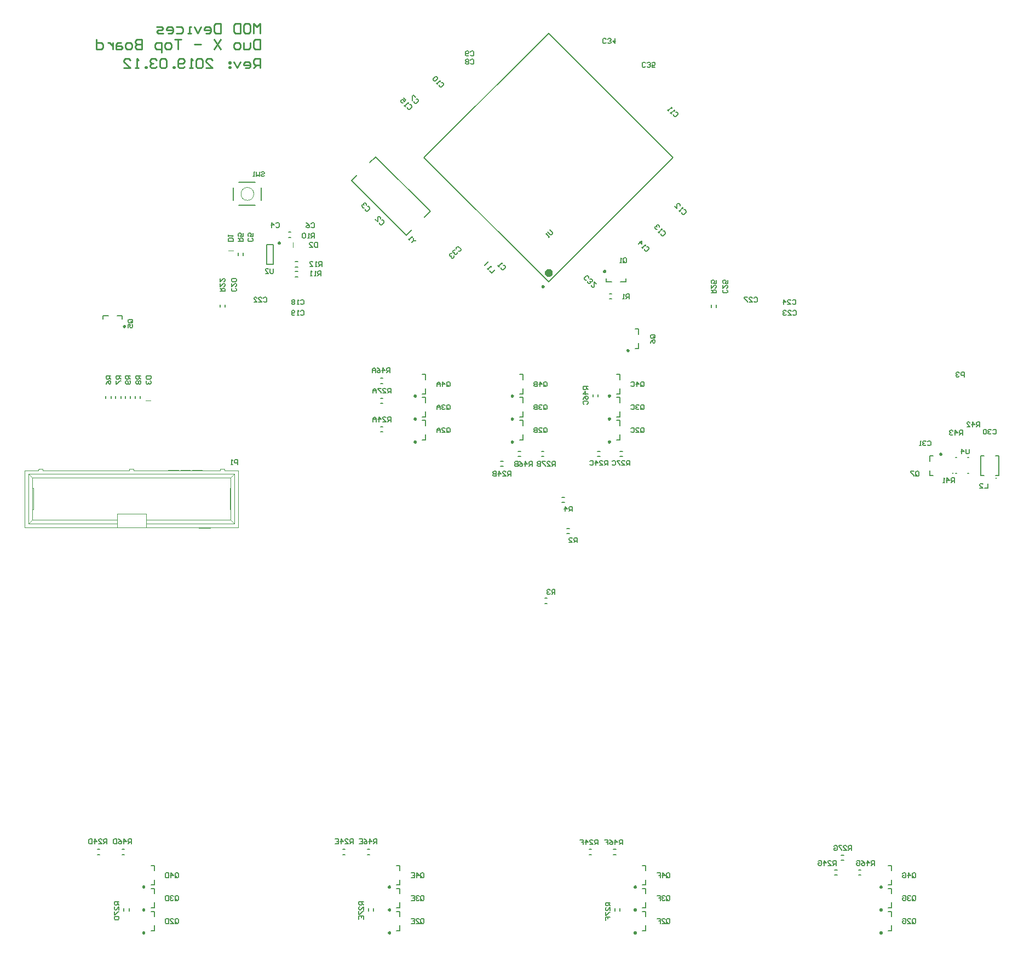
<source format=gbo>
%FSTAX23Y23*%
%MOIN*%
%SFA1B1*%

%IPPOS*%
%ADD10C,0.003937*%
%ADD11C,0.009843*%
%ADD12C,0.007874*%
%ADD13C,0.005905*%
%ADD52C,0.006000*%
%ADD54C,0.010000*%
%ADD107C,0.023622*%
%ADD108C,0.005984*%
%LNduo_x-1*%
%LPD*%
G54D10*
X-00493Y02567D02*
D01*
X-00493Y02568*
X-00493Y02568*
X-00493Y02568*
X-00493Y02568*
X-00494Y02569*
X-00494Y02569*
X-00494Y02569*
X-00494Y02569*
X-00494Y0257*
X-00494Y0257*
X-00494Y0257*
X-00495Y0257*
X-00495Y02571*
X-00495Y02571*
X-00495Y02571*
X-00496Y02571*
X-00496Y02571*
X-00496Y02571*
X-00496Y02571*
X-00497Y02571*
X-00497Y02571*
X-00497Y02571*
X-00497Y02571*
X-00517D02*
D01*
X-00517Y02571*
X-00518Y02571*
X-00518Y02571*
X-00518Y02571*
X-00518Y02571*
X-00519Y02571*
X-00519Y02571*
X-00519Y02571*
X-00519Y02571*
X-00519Y0257*
X-0052Y0257*
X-0052Y0257*
X-0052Y0257*
X-0052Y0257*
X-0052Y02569*
X-00521Y02569*
X-00521Y02569*
X-00521Y02569*
X-00521Y02568*
X-00521Y02568*
X-00521Y02568*
X-00521Y02568*
X-00521Y02567*
X00059D02*
D01*
X00059Y02568*
X00059Y02568*
X00059Y02568*
X00059Y02568*
X00059Y02569*
X00059Y02569*
X00059Y02569*
X00059Y02569*
X00058Y0257*
X00058Y0257*
X00058Y0257*
X00058Y0257*
X00058Y02571*
X00057Y02571*
X00057Y02571*
X00057Y02571*
X00057Y02571*
X00056Y02571*
X00056Y02571*
X00056Y02571*
X00056Y02571*
X00055Y02571*
X00055Y02571*
X00036D02*
D01*
X00035Y02571*
X00035Y02571*
X00035Y02571*
X00034Y02571*
X00034Y02571*
X00034Y02571*
X00034Y02571*
X00033Y02571*
X00033Y02571*
X00033Y0257*
X00033Y0257*
X00033Y0257*
X00032Y0257*
X00032Y0257*
X00032Y02569*
X00032Y02569*
X00032Y02569*
X00032Y02569*
X00032Y02568*
X00032Y02568*
X00032Y02568*
X00032Y02568*
X00032Y02567*
X00613D02*
D01*
X00613Y02568*
X00613Y02568*
X00613Y02568*
X00613Y02568*
X00613Y02569*
X00612Y02569*
X00612Y02569*
X00612Y02569*
X00612Y0257*
X00612Y0257*
X00612Y0257*
X00611Y0257*
X00611Y02571*
X00611Y02571*
X00611Y02571*
X00611Y02571*
X0061Y02571*
X0061Y02571*
X0061Y02571*
X00609Y02571*
X00609Y02571*
X00609Y02571*
X00609Y02571*
X00589D02*
D01*
X00589Y02571*
X00589Y02571*
X00588Y02571*
X00588Y02571*
X00588Y02571*
X00588Y02571*
X00587Y02571*
X00587Y02571*
X00587Y02571*
X00587Y0257*
X00586Y0257*
X00586Y0257*
X00586Y0257*
X00586Y0257*
X00586Y02569*
X00586Y02569*
X00585Y02569*
X00585Y02569*
X00585Y02568*
X00585Y02568*
X00585Y02568*
X00585Y02568*
X00585Y02567*
X05309Y02517D02*
D01*
X05309Y02517*
X05309Y02517*
X05309Y02518*
X05309Y02518*
X05309Y02518*
X05309Y02518*
X05309Y02518*
X05309Y02518*
X05309Y02518*
X05309Y02518*
X05309Y02519*
X05309Y02519*
X05309Y02519*
X05308Y02519*
X05308Y02519*
X05308Y02519*
X05308Y02519*
X05308Y02519*
X05308Y02519*
X05308Y02519*
X05308Y02519*
X05307Y02519*
X05307*
X05307Y02519*
X05307Y02519*
X05307Y02519*
X05307Y02519*
X05307Y02519*
X05306Y02519*
X05306Y02519*
X05306Y02519*
X05306Y02519*
X05306Y02519*
X05306Y02519*
X05306Y02518*
X05306Y02518*
X05306Y02518*
X05306Y02518*
X05306Y02518*
X05305Y02518*
X05305Y02518*
X05305Y02518*
X05305Y02517*
X05305Y02517*
X05305Y02517*
X05305Y02517*
X05305Y02517*
X05305Y02517*
X05305Y02517*
X05305Y02516*
X05306Y02516*
X05306Y02516*
X05306Y02516*
X05306Y02516*
X05306Y02516*
X05306Y02516*
X05306Y02516*
X05306Y02516*
X05306Y02516*
X05306Y02515*
X05306Y02515*
X05307Y02515*
X05307Y02515*
X05307Y02515*
X05307Y02515*
X05307Y02515*
X05307Y02515*
X05307*
X05308Y02515*
X05308Y02515*
X05308Y02515*
X05308Y02515*
X05308Y02515*
X05308Y02515*
X05308Y02515*
X05308Y02516*
X05309Y02516*
X05309Y02516*
X05309Y02516*
X05309Y02516*
X05309Y02516*
X05309Y02516*
X05309Y02516*
X05309Y02516*
X05309Y02516*
X05309Y02517*
X05309Y02517*
X05309Y02517*
X05309Y02517*
X05309Y02517*
X05047Y02547D02*
D01*
X05047Y02547*
X05047Y02547*
X05047Y02548*
X05047Y02548*
X05047Y02548*
X05047Y02548*
X05047Y02548*
X05046Y02548*
X05046Y02548*
X05046Y02548*
X05046Y02548*
X05046Y02549*
X05046Y02549*
X05046Y02549*
X05046Y02549*
X05046Y02549*
X05046Y02549*
X05045Y02549*
X05045Y02549*
X05045Y02549*
X05045Y02549*
X05045Y02549*
X05045*
X05045Y02549*
X05044Y02549*
X05044Y02549*
X05044Y02549*
X05044Y02549*
X05044Y02549*
X05044Y02549*
X05044Y02549*
X05044Y02549*
X05043Y02549*
X05043Y02548*
X05043Y02548*
X05043Y02548*
X05043Y02548*
X05043Y02548*
X05043Y02548*
X05043Y02548*
X05043Y02548*
X05043Y02548*
X05043Y02547*
X05043Y02547*
X05043Y02547*
X05043Y02547*
X05043Y02547*
X05043Y02547*
X05043Y02547*
X05043Y02546*
X05043Y02546*
X05043Y02546*
X05043Y02546*
X05043Y02546*
X05043Y02546*
X05043Y02546*
X05043Y02546*
X05044Y02546*
X05044Y02545*
X05044Y02545*
X05044Y02545*
X05044Y02545*
X05044Y02545*
X05044Y02545*
X05044Y02545*
X05045Y02545*
X05045Y02545*
X05045*
X05045Y02545*
X05045Y02545*
X05045Y02545*
X05045Y02545*
X05046Y02545*
X05046Y02545*
X05046Y02545*
X05046Y02545*
X05046Y02546*
X05046Y02546*
X05046Y02546*
X05046Y02546*
X05046Y02546*
X05046Y02546*
X05047Y02546*
X05047Y02546*
X05047Y02546*
X05047Y02547*
X05047Y02547*
X05047Y02547*
X05047Y02547*
X05047Y02547*
X00789Y0425D02*
D01*
X00789Y04252*
X00788Y04255*
X00788Y04258*
X00787Y0426*
X00786Y04263*
X00785Y04265*
X00784Y04268*
X00783Y0427*
X00781Y04272*
X0078Y04275*
X00778Y04277*
X00776Y04279*
X00774Y0428*
X00771Y04282*
X00769Y04283*
X00767Y04285*
X00764Y04286*
X00762Y04287*
X00759Y04287*
X00756Y04288*
X00754Y04288*
X00751Y04289*
X00748*
X00746Y04288*
X00743Y04288*
X0074Y04287*
X00738Y04287*
X00735Y04286*
X00732Y04285*
X0073Y04283*
X00728Y04282*
X00726Y0428*
X00723Y04279*
X00722Y04277*
X0072Y04275*
X00718Y04272*
X00716Y0427*
X00715Y04268*
X00714Y04265*
X00713Y04263*
X00712Y0426*
X00711Y04258*
X00711Y04255*
X00711Y04252*
X00711Y0425*
X00711Y04247*
X00711Y04244*
X00711Y04241*
X00712Y04239*
X00713Y04236*
X00714Y04234*
X00715Y04231*
X00716Y04229*
X00718Y04227*
X0072Y04224*
X00722Y04222*
X00723Y0422*
X00726Y04219*
X00728Y04217*
X0073Y04216*
X00732Y04214*
X00735Y04213*
X00738Y04212*
X0074Y04212*
X00743Y04211*
X00746Y04211*
X00748Y0421*
X00751*
X00754Y04211*
X00756Y04211*
X00759Y04212*
X00762Y04212*
X00764Y04213*
X00767Y04214*
X00769Y04216*
X00771Y04217*
X00774Y04219*
X00776Y0422*
X00778Y04222*
X0078Y04224*
X00781Y04227*
X00783Y04229*
X00784Y04231*
X00785Y04234*
X00786Y04236*
X00787Y04239*
X00788Y04241*
X00788Y04244*
X00789Y04247*
X00789Y0425*
X00133Y0299D02*
X00163D01*
X-00582Y02541D02*
X00673D01*
X00059Y02563D02*
X00585D01*
X-00558Y02518D02*
X0065D01*
X00134Y02262D02*
X0065D01*
X00134Y02239D02*
X00673D01*
X00134Y02217D02*
X00695D01*
X-00493Y02563D02*
X00032D01*
X-00558Y02262D02*
X-00042D01*
X-00604Y02217D02*
X-00042D01*
X-00582Y02239D02*
X-00042D01*
X0065Y02262D02*
X00673Y02239D01*
X-00604Y02563D02*
X-00521D01*
X-00042Y023D02*
X00134D01*
X-00042Y02217D02*
X00134D01*
X00455Y02213D02*
X00526D01*
X0065Y02518D02*
X00673Y02541D01*
X00613Y02563D02*
X00695D01*
X-00582Y02239D02*
Y02541D01*
X-00558Y02262D02*
Y02518D01*
X-00604Y02563D02*
Y02217D01*
X0065Y02262D02*
Y02518D01*
X00673Y02239D02*
Y02541D01*
X00695Y02217D02*
Y02563D01*
X-00552Y02325D02*
Y02455D01*
X-00582Y02239D02*
X-00558Y02262D01*
X-00042Y02239D02*
Y02262D01*
X00134Y02239D02*
Y02262D01*
X00644Y02325D02*
Y02455D01*
X-00582Y02541D02*
X-00558Y02518D01*
Y02455D02*
X-00552D01*
X-00558Y02325D02*
X-00552D01*
X-00521Y02563D02*
Y02567D01*
X-00493Y02563D02*
Y02567D01*
X-00517Y02571D02*
X-00497D01*
X-00042Y02262D02*
Y023D01*
Y02217D02*
Y02239D01*
X00036Y02571D02*
X00055D01*
X00059Y02563D02*
Y02567D01*
X00032Y02563D02*
Y02567D01*
X00134Y02262D02*
Y023D01*
Y02217D02*
Y02239D01*
X00331Y02563D02*
Y02565D01*
X00321D02*
X00331D01*
X00321Y02563D02*
Y02565D01*
X00291Y02563D02*
Y02565D01*
X00321*
X00283Y02563D02*
Y02565D01*
X00291*
X00276Y02563D02*
Y02565D01*
X00283*
X00272Y02563D02*
Y02565D01*
X00276*
X0027D02*
Y02563D01*
Y02565D02*
X00272D01*
X00383D02*
Y02563D01*
X00373Y02565D02*
X00383D01*
X00373Y02563D02*
Y02565D01*
X00363D02*
X00373D01*
X00363Y02563D02*
Y02565D01*
X00355Y02563D02*
Y02565D01*
X00363*
X00391Y02563D02*
Y02565D01*
X00383D02*
X00391D01*
X00396Y02563D02*
Y02565D01*
X00391D02*
X00396D01*
X0035Y02563D02*
Y02565D01*
X00355*
X00399Y02563D02*
Y02565D01*
X00396D02*
X00399D01*
X00347Y02563D02*
Y02565D01*
X0035*
X00345Y02563D02*
Y02565D01*
X00347*
X00401D02*
Y02563D01*
X00399Y02565D02*
X00401D01*
X00403Y02563D02*
Y02565D01*
X00401D02*
X00403D01*
X00344Y02563D02*
Y02565D01*
X00345*
X00416D02*
X00475D01*
X00416Y02563D02*
Y02565D01*
X00475Y02563D02*
Y02565D01*
X00455Y02213D02*
Y02217D01*
X00526Y02213D02*
Y02217D01*
X00589Y02571D02*
X00609D01*
X00585Y02563D02*
Y02567D01*
X00613Y02563D02*
Y02567D01*
X00644Y02455D02*
X0065D01*
X00644Y02325D02*
X0065D01*
X0103Y03924D02*
Y03954D01*
X00635Y03901D02*
X00665D01*
G54D11*
X02554Y03685D02*
D01*
X02554Y03685*
X02554Y03686*
X02554Y03686*
X02554Y03686*
X02554Y03687*
X02553Y03687*
X02553Y03687*
X02553Y03688*
X02553Y03688*
X02553Y03688*
X02553Y03689*
X02552Y03689*
X02552Y03689*
X02552Y03689*
X02551Y03689*
X02551Y0369*
X02551Y0369*
X02551Y0369*
X0255Y0369*
X0255Y0369*
X0255Y0369*
X02549Y0369*
X02549*
X02548Y0369*
X02548Y0369*
X02548Y0369*
X02547Y0369*
X02547Y0369*
X02547Y0369*
X02547Y03689*
X02546Y03689*
X02546Y03689*
X02546Y03689*
X02545Y03689*
X02545Y03688*
X02545Y03688*
X02545Y03688*
X02545Y03687*
X02545Y03687*
X02544Y03687*
X02544Y03686*
X02544Y03686*
X02544Y03686*
X02544Y03685*
X02544Y03685*
X02544Y03685*
X02544Y03684*
X02544Y03684*
X02544Y03684*
X02544Y03683*
X02545Y03683*
X02545Y03683*
X02545Y03683*
X02545Y03682*
X02545Y03682*
X02545Y03682*
X02546Y03681*
X02546Y03681*
X02546Y03681*
X02547Y03681*
X02547Y03681*
X02547Y03681*
X02547Y0368*
X02548Y0368*
X02548Y0368*
X02548Y0368*
X02549Y0368*
X02549*
X0255Y0368*
X0255Y0368*
X0255Y0368*
X02551Y0368*
X02551Y03681*
X02551Y03681*
X02551Y03681*
X02552Y03681*
X02552Y03681*
X02552Y03681*
X02553Y03682*
X02553Y03682*
X02553Y03682*
X02553Y03683*
X02553Y03683*
X02553Y03683*
X02554Y03683*
X02554Y03684*
X02554Y03684*
X02554Y03684*
X02554Y03685*
X02554Y03685*
X00949Y0395D02*
D01*
X00949Y0395*
X00949Y03951*
X00949Y03951*
X00949Y03951*
X00949Y03952*
X00949Y03952*
X00948Y03952*
X00948Y03953*
X00948Y03953*
X00948Y03953*
X00948Y03954*
X00947Y03954*
X00947Y03954*
X00947Y03954*
X00947Y03954*
X00946Y03955*
X00946Y03955*
X00946Y03955*
X00945Y03955*
X00945Y03955*
X00945Y03955*
X00944Y03955*
X00944*
X00944Y03955*
X00943Y03955*
X00943Y03955*
X00943Y03955*
X00942Y03955*
X00942Y03955*
X00942Y03954*
X00941Y03954*
X00941Y03954*
X00941Y03954*
X00941Y03954*
X0094Y03953*
X0094Y03953*
X0094Y03953*
X0094Y03952*
X0094Y03952*
X00939Y03952*
X00939Y03951*
X00939Y03951*
X00939Y03951*
X00939Y0395*
X00939Y0395*
X00939Y0395*
X00939Y03949*
X00939Y03949*
X00939Y03949*
X00939Y03948*
X0094Y03948*
X0094Y03948*
X0094Y03948*
X0094Y03947*
X0094Y03947*
X00941Y03947*
X00941Y03946*
X00941Y03946*
X00941Y03946*
X00942Y03946*
X00942Y03946*
X00942Y03946*
X00943Y03945*
X00943Y03945*
X00943Y03945*
X00944Y03945*
X00944Y03945*
X00944*
X00945Y03945*
X00945Y03945*
X00945Y03945*
X00946Y03945*
X00946Y03946*
X00946Y03946*
X00947Y03946*
X00947Y03946*
X00947Y03946*
X00947Y03946*
X00948Y03947*
X00948Y03947*
X00948Y03947*
X00948Y03948*
X00948Y03948*
X00949Y03948*
X00949Y03948*
X00949Y03949*
X00949Y03949*
X00949Y03949*
X00949Y0395*
X00949Y0395*
X04977Y02663D02*
D01*
X04977Y02663*
X04977Y02663*
X04977Y02664*
X04977Y02664*
X04977Y02664*
X04976Y02665*
X04976Y02665*
X04976Y02665*
X04976Y02666*
X04976Y02666*
X04975Y02666*
X04975Y02666*
X04975Y02667*
X04975Y02667*
X04974Y02667*
X04974Y02667*
X04974Y02667*
X04973Y02667*
X04973Y02668*
X04973Y02668*
X04972Y02668*
X04972Y02668*
X04972*
X04971Y02668*
X04971Y02668*
X04971Y02668*
X0497Y02667*
X0497Y02667*
X0497Y02667*
X04969Y02667*
X04969Y02667*
X04969Y02667*
X04969Y02666*
X04968Y02666*
X04968Y02666*
X04968Y02666*
X04968Y02665*
X04968Y02665*
X04967Y02665*
X04967Y02664*
X04967Y02664*
X04967Y02664*
X04967Y02663*
X04967Y02663*
X04967Y02663*
X04967Y02662*
X04967Y02662*
X04967Y02662*
X04967Y02661*
X04967Y02661*
X04967Y02661*
X04968Y0266*
X04968Y0266*
X04968Y0266*
X04968Y0266*
X04968Y02659*
X04969Y02659*
X04969Y02659*
X04969Y02659*
X04969Y02659*
X0497Y02658*
X0497Y02658*
X0497Y02658*
X04971Y02658*
X04971Y02658*
X04971Y02658*
X04972Y02658*
X04972*
X04972Y02658*
X04973Y02658*
X04973Y02658*
X04973Y02658*
X04974Y02658*
X04974Y02658*
X04974Y02659*
X04975Y02659*
X04975Y02659*
X04975Y02659*
X04975Y02659*
X04976Y0266*
X04976Y0266*
X04976Y0266*
X04976Y0266*
X04976Y02661*
X04977Y02661*
X04977Y02661*
X04977Y02662*
X04977Y02662*
X04977Y02662*
X04977Y02663*
X02929Y03777D02*
D01*
X02929Y03777*
X02929Y03778*
X02929Y03778*
X02929Y03778*
X02929Y03779*
X02929Y03779*
X02929Y03779*
X02929Y0378*
X02928Y0378*
X02928Y0378*
X02928Y0378*
X02928Y03781*
X02927Y03781*
X02927Y03781*
X02927Y03781*
X02927Y03781*
X02926Y03781*
X02926Y03782*
X02926Y03782*
X02925Y03782*
X02925Y03782*
X02925Y03782*
X02924*
X02924Y03782*
X02924Y03782*
X02923Y03782*
X02923Y03782*
X02923Y03781*
X02922Y03781*
X02922Y03781*
X02922Y03781*
X02921Y03781*
X02921Y03781*
X02921Y0378*
X02921Y0378*
X0292Y0378*
X0292Y0378*
X0292Y03779*
X0292Y03779*
X0292Y03779*
X0292Y03778*
X0292Y03778*
X0292Y03778*
X0292Y03777*
X0292Y03777*
X0292Y03777*
X0292Y03776*
X0292Y03776*
X0292Y03776*
X0292Y03775*
X0292Y03775*
X0292Y03775*
X0292Y03774*
X0292Y03774*
X02921Y03774*
X02921Y03773*
X02921Y03773*
X02921Y03773*
X02922Y03773*
X02922Y03773*
X02922Y03772*
X02923Y03772*
X02923Y03772*
X02923Y03772*
X02924Y03772*
X02924Y03772*
X02924Y03772*
X02925*
X02925Y03772*
X02925Y03772*
X02926Y03772*
X02926Y03772*
X02926Y03772*
X02927Y03772*
X02927Y03773*
X02927Y03773*
X02927Y03773*
X02928Y03773*
X02928Y03773*
X02928Y03774*
X02928Y03774*
X02929Y03774*
X02929Y03775*
X02929Y03775*
X02929Y03775*
X02929Y03776*
X02929Y03776*
X02929Y03776*
X02929Y03777*
X02929Y03777*
X00006Y03442D02*
D01*
X00006Y03442*
X00006Y03443*
X00006Y03443*
X00006Y03443*
X00006Y03444*
X00006Y03444*
X00006Y03444*
X00005Y03445*
X00005Y03445*
X00005Y03445*
X00005Y03446*
X00005Y03446*
X00004Y03446*
X00004Y03446*
X00004Y03446*
X00003Y03447*
X00003Y03447*
X00003Y03447*
X00002Y03447*
X00002Y03447*
X00002Y03447*
X00001Y03447*
X00001*
X00001Y03447*
X0Y03447*
X0Y03447*
X0Y03447*
X0Y03447*
X0Y03447*
X0Y03446*
X0Y03446*
X-00001Y03446*
X-00001Y03446*
X-00001Y03446*
X-00001Y03445*
X-00002Y03445*
X-00002Y03445*
X-00002Y03444*
X-00002Y03444*
X-00002Y03444*
X-00002Y03443*
X-00003Y03443*
X-00003Y03443*
X-00003Y03442*
X-00003Y03442*
X-00003Y03442*
X-00003Y03441*
X-00003Y03441*
X-00002Y03441*
X-00002Y0344*
X-00002Y0344*
X-00002Y0344*
X-00002Y03439*
X-00002Y03439*
X-00001Y03439*
X-00001Y03439*
X-00001Y03438*
X-00001Y03438*
X0Y03438*
X0Y03438*
X0Y03438*
X0Y03438*
X0Y03437*
X0Y03437*
X0Y03437*
X00001Y03437*
X00001Y03437*
X00001*
X00002Y03437*
X00002Y03437*
X00002Y03437*
X00003Y03437*
X00003Y03438*
X00003Y03438*
X00004Y03438*
X00004Y03438*
X00004Y03438*
X00005Y03438*
X00005Y03439*
X00005Y03439*
X00005Y03439*
X00005Y03439*
X00006Y0344*
X00006Y0344*
X00006Y0344*
X00006Y03441*
X00006Y03441*
X00006Y03441*
X00006Y03442*
X00006Y03442*
X03071Y03295D02*
D01*
X03071Y03295*
X03071Y03296*
X03071Y03296*
X03071Y03296*
X03071Y03297*
X03071Y03297*
X0307Y03297*
X0307Y03298*
X0307Y03298*
X0307Y03298*
X0307Y03298*
X03069Y03299*
X03069Y03299*
X03069Y03299*
X03068Y03299*
X03068Y03299*
X03068Y033*
X03068Y033*
X03067Y033*
X03067Y033*
X03067Y033*
X03066Y033*
X03066*
X03066Y033*
X03065Y033*
X03065Y033*
X03065Y033*
X03064Y033*
X03064Y03299*
X03064Y03299*
X03063Y03299*
X03063Y03299*
X03063Y03299*
X03062Y03298*
X03062Y03298*
X03062Y03298*
X03062Y03298*
X03062Y03297*
X03062Y03297*
X03061Y03297*
X03061Y03296*
X03061Y03296*
X03061Y03296*
X03061Y03295*
X03061Y03295*
X03061Y03295*
X03061Y03294*
X03061Y03294*
X03061Y03294*
X03061Y03293*
X03062Y03293*
X03062Y03293*
X03062Y03292*
X03062Y03292*
X03062Y03292*
X03062Y03292*
X03063Y03291*
X03063Y03291*
X03063Y03291*
X03064Y03291*
X03064Y03291*
X03064Y0329*
X03065Y0329*
X03065Y0329*
X03065Y0329*
X03066Y0329*
X03066Y0329*
X03066*
X03067Y0329*
X03067Y0329*
X03067Y0329*
X03068Y0329*
X03068Y0329*
X03068Y03291*
X03068Y03291*
X03069Y03291*
X03069Y03291*
X03069Y03291*
X0307Y03292*
X0307Y03292*
X0307Y03292*
X0307Y03292*
X0307Y03293*
X03071Y03293*
X03071Y03293*
X03071Y03294*
X03071Y03294*
X03071Y03294*
X03071Y03295*
X03071Y03295*
X04612Y00027D02*
D01*
X04612Y00027*
X04612Y00027*
X04612Y00028*
X04611Y00028*
X04611Y00028*
X04611Y00029*
X04611Y00029*
X04611Y00029*
X04611Y00029*
X04611Y0003*
X0461Y0003*
X0461Y0003*
X0461Y0003*
X04609Y00031*
X04609Y00031*
X04609Y00031*
X04609Y00031*
X04608Y00031*
X04608Y00031*
X04608Y00031*
X04607Y00031*
X04607Y00031*
X04607*
X04606Y00031*
X04606Y00031*
X04606Y00031*
X04605Y00031*
X04605Y00031*
X04605Y00031*
X04604Y00031*
X04604Y00031*
X04604Y0003*
X04603Y0003*
X04603Y0003*
X04603Y0003*
X04603Y00029*
X04603Y00029*
X04602Y00029*
X04602Y00029*
X04602Y00028*
X04602Y00028*
X04602Y00028*
X04602Y00027*
X04602Y00027*
X04602Y00027*
X04602Y00026*
X04602Y00026*
X04602Y00025*
X04602Y00025*
X04602Y00025*
X04602Y00025*
X04602Y00024*
X04603Y00024*
X04603Y00024*
X04603Y00023*
X04603Y00023*
X04603Y00023*
X04604Y00023*
X04604Y00022*
X04604Y00022*
X04605Y00022*
X04605Y00022*
X04605Y00022*
X04606Y00022*
X04606Y00022*
X04606Y00022*
X04607Y00022*
X04607*
X04607Y00022*
X04608Y00022*
X04608Y00022*
X04608Y00022*
X04609Y00022*
X04609Y00022*
X04609Y00022*
X04609Y00022*
X0461Y00023*
X0461Y00023*
X0461Y00023*
X04611Y00023*
X04611Y00024*
X04611Y00024*
X04611Y00024*
X04611Y00025*
X04611Y00025*
X04611Y00025*
X04612Y00025*
X04612Y00026*
X04612Y00026*
X04612Y00027*
Y-00252D02*
D01*
X04612Y-00252*
X04612Y-00252*
X04612Y-00251*
X04611Y-00251*
X04611Y-00251*
X04611Y-0025*
X04611Y-0025*
X04611Y-0025*
X04611Y-0025*
X04611Y-00249*
X0461Y-00249*
X0461Y-00249*
X0461Y-00249*
X04609Y-00248*
X04609Y-00248*
X04609Y-00248*
X04609Y-00248*
X04608Y-00248*
X04608Y-00248*
X04608Y-00248*
X04607Y-00248*
X04607Y-00248*
X04607*
X04606Y-00248*
X04606Y-00248*
X04606Y-00248*
X04605Y-00248*
X04605Y-00248*
X04605Y-00248*
X04604Y-00248*
X04604Y-00248*
X04604Y-00249*
X04603Y-00249*
X04603Y-00249*
X04603Y-00249*
X04603Y-0025*
X04603Y-0025*
X04602Y-0025*
X04602Y-0025*
X04602Y-00251*
X04602Y-00251*
X04602Y-00251*
X04602Y-00252*
X04602Y-00252*
X04602Y-00252*
X04602Y-00253*
X04602Y-00253*
X04602Y-00254*
X04602Y-00254*
X04602Y-00254*
X04602Y-00254*
X04602Y-00255*
X04603Y-00255*
X04603Y-00255*
X04603Y-00256*
X04603Y-00256*
X04603Y-00256*
X04604Y-00256*
X04604Y-00257*
X04604Y-00257*
X04605Y-00257*
X04605Y-00257*
X04605Y-00257*
X04606Y-00257*
X04606Y-00257*
X04606Y-00257*
X04607Y-00257*
X04607*
X04607Y-00257*
X04608Y-00257*
X04608Y-00257*
X04608Y-00257*
X04609Y-00257*
X04609Y-00257*
X04609Y-00257*
X04609Y-00257*
X0461Y-00256*
X0461Y-00256*
X0461Y-00256*
X04611Y-00256*
X04611Y-00255*
X04611Y-00255*
X04611Y-00255*
X04611Y-00254*
X04611Y-00254*
X04611Y-00254*
X04612Y-00254*
X04612Y-00253*
X04612Y-00253*
X04612Y-00252*
Y-00112D02*
D01*
X04612Y-00112*
X04612Y-00112*
X04612Y-00111*
X04611Y-00111*
X04611Y-00111*
X04611Y-0011*
X04611Y-0011*
X04611Y-0011*
X04611Y-0011*
X04611Y-00109*
X0461Y-00109*
X0461Y-00109*
X0461Y-00109*
X04609Y-00108*
X04609Y-00108*
X04609Y-00108*
X04609Y-00108*
X04608Y-00108*
X04608Y-00108*
X04608Y-00108*
X04607Y-00108*
X04607Y-00108*
X04607*
X04606Y-00108*
X04606Y-00108*
X04606Y-00108*
X04605Y-00108*
X04605Y-00108*
X04605Y-00108*
X04604Y-00108*
X04604Y-00108*
X04604Y-00109*
X04603Y-00109*
X04603Y-00109*
X04603Y-00109*
X04603Y-0011*
X04603Y-0011*
X04602Y-0011*
X04602Y-0011*
X04602Y-00111*
X04602Y-00111*
X04602Y-00111*
X04602Y-00112*
X04602Y-00112*
X04602Y-00112*
X04602Y-00113*
X04602Y-00113*
X04602Y-00114*
X04602Y-00114*
X04602Y-00114*
X04602Y-00114*
X04602Y-00115*
X04603Y-00115*
X04603Y-00115*
X04603Y-00116*
X04603Y-00116*
X04603Y-00116*
X04604Y-00116*
X04604Y-00117*
X04604Y-00117*
X04605Y-00117*
X04605Y-00117*
X04605Y-00117*
X04606Y-00117*
X04606Y-00117*
X04606Y-00117*
X04607Y-00117*
X04607*
X04607Y-00117*
X04608Y-00117*
X04608Y-00117*
X04608Y-00117*
X04609Y-00117*
X04609Y-00117*
X04609Y-00117*
X04609Y-00117*
X0461Y-00116*
X0461Y-00116*
X0461Y-00116*
X04611Y-00116*
X04611Y-00115*
X04611Y-00115*
X04611Y-00115*
X04611Y-00114*
X04611Y-00114*
X04611Y-00114*
X04612Y-00114*
X04612Y-00113*
X04612Y-00113*
X04612Y-00112*
X03116D02*
D01*
X03116Y-00112*
X03116Y-00112*
X03115Y-00111*
X03115Y-00111*
X03115Y-00111*
X03115Y-0011*
X03115Y-0011*
X03115Y-0011*
X03115Y-0011*
X03114Y-00109*
X03114Y-00109*
X03114Y-00109*
X03114Y-00109*
X03113Y-00108*
X03113Y-00108*
X03113Y-00108*
X03113Y-00108*
X03112Y-00108*
X03112Y-00108*
X03112Y-00108*
X03111Y-00108*
X03111Y-00108*
X03111*
X0311Y-00108*
X0311Y-00108*
X03109Y-00108*
X03109Y-00108*
X03109Y-00108*
X03109Y-00108*
X03108Y-00108*
X03108Y-00108*
X03108Y-00109*
X03107Y-00109*
X03107Y-00109*
X03107Y-00109*
X03107Y-0011*
X03107Y-0011*
X03106Y-0011*
X03106Y-0011*
X03106Y-00111*
X03106Y-00111*
X03106Y-00111*
X03106Y-00112*
X03106Y-00112*
X03106Y-00112*
X03106Y-00113*
X03106Y-00113*
X03106Y-00114*
X03106Y-00114*
X03106Y-00114*
X03106Y-00114*
X03106Y-00115*
X03107Y-00115*
X03107Y-00115*
X03107Y-00116*
X03107Y-00116*
X03107Y-00116*
X03108Y-00116*
X03108Y-00117*
X03108Y-00117*
X03109Y-00117*
X03109Y-00117*
X03109Y-00117*
X03109Y-00117*
X0311Y-00117*
X0311Y-00117*
X03111Y-00117*
X03111*
X03111Y-00117*
X03112Y-00117*
X03112Y-00117*
X03112Y-00117*
X03113Y-00117*
X03113Y-00117*
X03113Y-00117*
X03113Y-00117*
X03114Y-00116*
X03114Y-00116*
X03114Y-00116*
X03114Y-00116*
X03115Y-00115*
X03115Y-00115*
X03115Y-00115*
X03115Y-00114*
X03115Y-00114*
X03115Y-00114*
X03115Y-00114*
X03116Y-00113*
X03116Y-00113*
X03116Y-00112*
Y-00252D02*
D01*
X03116Y-00252*
X03116Y-00252*
X03115Y-00251*
X03115Y-00251*
X03115Y-00251*
X03115Y-0025*
X03115Y-0025*
X03115Y-0025*
X03115Y-0025*
X03114Y-00249*
X03114Y-00249*
X03114Y-00249*
X03114Y-00249*
X03113Y-00248*
X03113Y-00248*
X03113Y-00248*
X03113Y-00248*
X03112Y-00248*
X03112Y-00248*
X03112Y-00248*
X03111Y-00248*
X03111Y-00248*
X03111*
X0311Y-00248*
X0311Y-00248*
X03109Y-00248*
X03109Y-00248*
X03109Y-00248*
X03109Y-00248*
X03108Y-00248*
X03108Y-00248*
X03108Y-00249*
X03107Y-00249*
X03107Y-00249*
X03107Y-00249*
X03107Y-0025*
X03107Y-0025*
X03106Y-0025*
X03106Y-0025*
X03106Y-00251*
X03106Y-00251*
X03106Y-00251*
X03106Y-00252*
X03106Y-00252*
X03106Y-00252*
X03106Y-00253*
X03106Y-00253*
X03106Y-00254*
X03106Y-00254*
X03106Y-00254*
X03106Y-00254*
X03106Y-00255*
X03107Y-00255*
X03107Y-00255*
X03107Y-00256*
X03107Y-00256*
X03107Y-00256*
X03108Y-00256*
X03108Y-00257*
X03108Y-00257*
X03109Y-00257*
X03109Y-00257*
X03109Y-00257*
X03109Y-00257*
X0311Y-00257*
X0311Y-00257*
X03111Y-00257*
X03111*
X03111Y-00257*
X03112Y-00257*
X03112Y-00257*
X03112Y-00257*
X03113Y-00257*
X03113Y-00257*
X03113Y-00257*
X03113Y-00257*
X03114Y-00256*
X03114Y-00256*
X03114Y-00256*
X03114Y-00256*
X03115Y-00255*
X03115Y-00255*
X03115Y-00255*
X03115Y-00254*
X03115Y-00254*
X03115Y-00254*
X03115Y-00254*
X03116Y-00253*
X03116Y-00253*
X03116Y-00252*
Y00027D02*
D01*
X03116Y00027*
X03116Y00027*
X03115Y00028*
X03115Y00028*
X03115Y00028*
X03115Y00029*
X03115Y00029*
X03115Y00029*
X03115Y00029*
X03114Y0003*
X03114Y0003*
X03114Y0003*
X03114Y0003*
X03113Y00031*
X03113Y00031*
X03113Y00031*
X03113Y00031*
X03112Y00031*
X03112Y00031*
X03112Y00031*
X03111Y00031*
X03111Y00031*
X03111*
X0311Y00031*
X0311Y00031*
X03109Y00031*
X03109Y00031*
X03109Y00031*
X03109Y00031*
X03108Y00031*
X03108Y00031*
X03108Y0003*
X03107Y0003*
X03107Y0003*
X03107Y0003*
X03107Y00029*
X03107Y00029*
X03106Y00029*
X03106Y00029*
X03106Y00028*
X03106Y00028*
X03106Y00028*
X03106Y00027*
X03106Y00027*
X03106Y00027*
X03106Y00026*
X03106Y00026*
X03106Y00025*
X03106Y00025*
X03106Y00025*
X03106Y00025*
X03106Y00024*
X03107Y00024*
X03107Y00024*
X03107Y00023*
X03107Y00023*
X03107Y00023*
X03108Y00023*
X03108Y00022*
X03108Y00022*
X03109Y00022*
X03109Y00022*
X03109Y00022*
X03109Y00022*
X0311Y00022*
X0311Y00022*
X03111Y00022*
X03111*
X03111Y00022*
X03112Y00022*
X03112Y00022*
X03112Y00022*
X03113Y00022*
X03113Y00022*
X03113Y00022*
X03113Y00022*
X03114Y00023*
X03114Y00023*
X03114Y00023*
X03114Y00023*
X03115Y00024*
X03115Y00024*
X03115Y00024*
X03115Y00025*
X03115Y00025*
X03115Y00025*
X03115Y00025*
X03116Y00026*
X03116Y00026*
X03116Y00027*
X0162Y-00112D02*
D01*
X0162Y-00112*
X01619Y-00112*
X01619Y-00111*
X01619Y-00111*
X01619Y-00111*
X01619Y-0011*
X01619Y-0011*
X01619Y-0011*
X01619Y-0011*
X01618Y-00109*
X01618Y-00109*
X01618Y-00109*
X01618Y-00109*
X01617Y-00108*
X01617Y-00108*
X01617Y-00108*
X01616Y-00108*
X01616Y-00108*
X01616Y-00108*
X01615Y-00108*
X01615Y-00108*
X01615Y-00108*
X01614*
X01614Y-00108*
X01614Y-00108*
X01613Y-00108*
X01613Y-00108*
X01613Y-00108*
X01612Y-00108*
X01612Y-00108*
X01612Y-00108*
X01612Y-00109*
X01611Y-00109*
X01611Y-00109*
X01611Y-00109*
X01611Y-0011*
X0161Y-0011*
X0161Y-0011*
X0161Y-0011*
X0161Y-00111*
X0161Y-00111*
X0161Y-00111*
X0161Y-00112*
X0161Y-00112*
X0161Y-00112*
X0161Y-00113*
X0161Y-00113*
X0161Y-00114*
X0161Y-00114*
X0161Y-00114*
X0161Y-00114*
X0161Y-00115*
X0161Y-00115*
X01611Y-00115*
X01611Y-00116*
X01611Y-00116*
X01611Y-00116*
X01612Y-00116*
X01612Y-00117*
X01612Y-00117*
X01612Y-00117*
X01613Y-00117*
X01613Y-00117*
X01613Y-00117*
X01614Y-00117*
X01614Y-00117*
X01614Y-00117*
X01615*
X01615Y-00117*
X01615Y-00117*
X01616Y-00117*
X01616Y-00117*
X01616Y-00117*
X01617Y-00117*
X01617Y-00117*
X01617Y-00117*
X01618Y-00116*
X01618Y-00116*
X01618Y-00116*
X01618Y-00116*
X01619Y-00115*
X01619Y-00115*
X01619Y-00115*
X01619Y-00114*
X01619Y-00114*
X01619Y-00114*
X01619Y-00114*
X01619Y-00113*
X0162Y-00113*
X0162Y-00112*
Y00027D02*
D01*
X0162Y00027*
X01619Y00027*
X01619Y00028*
X01619Y00028*
X01619Y00028*
X01619Y00029*
X01619Y00029*
X01619Y00029*
X01619Y00029*
X01618Y0003*
X01618Y0003*
X01618Y0003*
X01618Y0003*
X01617Y00031*
X01617Y00031*
X01617Y00031*
X01616Y00031*
X01616Y00031*
X01616Y00031*
X01615Y00031*
X01615Y00031*
X01615Y00031*
X01614*
X01614Y00031*
X01614Y00031*
X01613Y00031*
X01613Y00031*
X01613Y00031*
X01612Y00031*
X01612Y00031*
X01612Y00031*
X01612Y0003*
X01611Y0003*
X01611Y0003*
X01611Y0003*
X01611Y00029*
X0161Y00029*
X0161Y00029*
X0161Y00029*
X0161Y00028*
X0161Y00028*
X0161Y00028*
X0161Y00027*
X0161Y00027*
X0161Y00027*
X0161Y00026*
X0161Y00026*
X0161Y00025*
X0161Y00025*
X0161Y00025*
X0161Y00025*
X0161Y00024*
X0161Y00024*
X01611Y00024*
X01611Y00023*
X01611Y00023*
X01611Y00023*
X01612Y00023*
X01612Y00022*
X01612Y00022*
X01612Y00022*
X01613Y00022*
X01613Y00022*
X01613Y00022*
X01614Y00022*
X01614Y00022*
X01614Y00022*
X01615*
X01615Y00022*
X01615Y00022*
X01616Y00022*
X01616Y00022*
X01616Y00022*
X01617Y00022*
X01617Y00022*
X01617Y00022*
X01618Y00023*
X01618Y00023*
X01618Y00023*
X01618Y00023*
X01619Y00024*
X01619Y00024*
X01619Y00024*
X01619Y00025*
X01619Y00025*
X01619Y00025*
X01619Y00025*
X01619Y00026*
X0162Y00026*
X0162Y00027*
Y-00252D02*
D01*
X0162Y-00252*
X01619Y-00252*
X01619Y-00251*
X01619Y-00251*
X01619Y-00251*
X01619Y-0025*
X01619Y-0025*
X01619Y-0025*
X01619Y-0025*
X01618Y-00249*
X01618Y-00249*
X01618Y-00249*
X01618Y-00249*
X01617Y-00248*
X01617Y-00248*
X01617Y-00248*
X01616Y-00248*
X01616Y-00248*
X01616Y-00248*
X01615Y-00248*
X01615Y-00248*
X01615Y-00248*
X01614*
X01614Y-00248*
X01614Y-00248*
X01613Y-00248*
X01613Y-00248*
X01613Y-00248*
X01612Y-00248*
X01612Y-00248*
X01612Y-00248*
X01612Y-00249*
X01611Y-00249*
X01611Y-00249*
X01611Y-00249*
X01611Y-0025*
X0161Y-0025*
X0161Y-0025*
X0161Y-0025*
X0161Y-00251*
X0161Y-00251*
X0161Y-00251*
X0161Y-00252*
X0161Y-00252*
X0161Y-00252*
X0161Y-00253*
X0161Y-00253*
X0161Y-00254*
X0161Y-00254*
X0161Y-00254*
X0161Y-00254*
X0161Y-00255*
X0161Y-00255*
X01611Y-00255*
X01611Y-00256*
X01611Y-00256*
X01611Y-00256*
X01612Y-00256*
X01612Y-00257*
X01612Y-00257*
X01612Y-00257*
X01613Y-00257*
X01613Y-00257*
X01613Y-00257*
X01614Y-00257*
X01614Y-00257*
X01614Y-00257*
X01615*
X01615Y-00257*
X01615Y-00257*
X01616Y-00257*
X01616Y-00257*
X01616Y-00257*
X01617Y-00257*
X01617Y-00257*
X01617Y-00257*
X01618Y-00256*
X01618Y-00256*
X01618Y-00256*
X01618Y-00256*
X01619Y-00255*
X01619Y-00255*
X01619Y-00255*
X01619Y-00254*
X01619Y-00254*
X01619Y-00254*
X01619Y-00254*
X01619Y-00253*
X0162Y-00253*
X0162Y-00252*
X00123Y-00112D02*
D01*
X00123Y-00112*
X00123Y-00112*
X00123Y-00111*
X00123Y-00111*
X00123Y-00111*
X00123Y-0011*
X00123Y-0011*
X00123Y-0011*
X00123Y-0011*
X00122Y-00109*
X00122Y-00109*
X00122Y-00109*
X00122Y-00109*
X00121Y-00108*
X00121Y-00108*
X00121Y-00108*
X0012Y-00108*
X0012Y-00108*
X0012Y-00108*
X00119Y-00108*
X00119Y-00108*
X00119Y-00108*
X00118*
X00118Y-00108*
X00118Y-00108*
X00117Y-00108*
X00117Y-00108*
X00117Y-00108*
X00116Y-00108*
X00116Y-00108*
X00116Y-00108*
X00116Y-00109*
X00115Y-00109*
X00115Y-00109*
X00115Y-00109*
X00115Y-0011*
X00114Y-0011*
X00114Y-0011*
X00114Y-0011*
X00114Y-00111*
X00114Y-00111*
X00114Y-00111*
X00114Y-00112*
X00114Y-00112*
X00114Y-00112*
X00114Y-00113*
X00114Y-00113*
X00114Y-00114*
X00114Y-00114*
X00114Y-00114*
X00114Y-00114*
X00114Y-00115*
X00114Y-00115*
X00115Y-00115*
X00115Y-00116*
X00115Y-00116*
X00115Y-00116*
X00116Y-00116*
X00116Y-00117*
X00116Y-00117*
X00116Y-00117*
X00117Y-00117*
X00117Y-00117*
X00117Y-00117*
X00118Y-00117*
X00118Y-00117*
X00118Y-00117*
X00119*
X00119Y-00117*
X00119Y-00117*
X0012Y-00117*
X0012Y-00117*
X0012Y-00117*
X00121Y-00117*
X00121Y-00117*
X00121Y-00117*
X00122Y-00116*
X00122Y-00116*
X00122Y-00116*
X00122Y-00116*
X00123Y-00115*
X00123Y-00115*
X00123Y-00115*
X00123Y-00114*
X00123Y-00114*
X00123Y-00114*
X00123Y-00114*
X00123Y-00113*
X00123Y-00113*
X00123Y-00112*
Y-00252D02*
D01*
X00123Y-00252*
X00123Y-00252*
X00123Y-00251*
X00123Y-00251*
X00123Y-00251*
X00123Y-0025*
X00123Y-0025*
X00123Y-0025*
X00123Y-0025*
X00122Y-00249*
X00122Y-00249*
X00122Y-00249*
X00122Y-00249*
X00121Y-00248*
X00121Y-00248*
X00121Y-00248*
X0012Y-00248*
X0012Y-00248*
X0012Y-00248*
X00119Y-00248*
X00119Y-00248*
X00119Y-00248*
X00118*
X00118Y-00248*
X00118Y-00248*
X00117Y-00248*
X00117Y-00248*
X00117Y-00248*
X00116Y-00248*
X00116Y-00248*
X00116Y-00248*
X00116Y-00249*
X00115Y-00249*
X00115Y-00249*
X00115Y-00249*
X00115Y-0025*
X00114Y-0025*
X00114Y-0025*
X00114Y-0025*
X00114Y-00251*
X00114Y-00251*
X00114Y-00251*
X00114Y-00252*
X00114Y-00252*
X00114Y-00252*
X00114Y-00253*
X00114Y-00253*
X00114Y-00254*
X00114Y-00254*
X00114Y-00254*
X00114Y-00254*
X00114Y-00255*
X00114Y-00255*
X00115Y-00255*
X00115Y-00256*
X00115Y-00256*
X00115Y-00256*
X00116Y-00256*
X00116Y-00257*
X00116Y-00257*
X00116Y-00257*
X00117Y-00257*
X00117Y-00257*
X00117Y-00257*
X00118Y-00257*
X00118Y-00257*
X00118Y-00257*
X00119*
X00119Y-00257*
X00119Y-00257*
X0012Y-00257*
X0012Y-00257*
X0012Y-00257*
X00121Y-00257*
X00121Y-00257*
X00121Y-00257*
X00122Y-00256*
X00122Y-00256*
X00122Y-00256*
X00122Y-00256*
X00123Y-00255*
X00123Y-00255*
X00123Y-00255*
X00123Y-00254*
X00123Y-00254*
X00123Y-00254*
X00123Y-00254*
X00123Y-00253*
X00123Y-00253*
X00123Y-00252*
Y00027D02*
D01*
X00123Y00027*
X00123Y00027*
X00123Y00028*
X00123Y00028*
X00123Y00028*
X00123Y00029*
X00123Y00029*
X00123Y00029*
X00123Y00029*
X00122Y0003*
X00122Y0003*
X00122Y0003*
X00122Y0003*
X00121Y00031*
X00121Y00031*
X00121Y00031*
X0012Y00031*
X0012Y00031*
X0012Y00031*
X00119Y00031*
X00119Y00031*
X00119Y00031*
X00118*
X00118Y00031*
X00118Y00031*
X00117Y00031*
X00117Y00031*
X00117Y00031*
X00116Y00031*
X00116Y00031*
X00116Y00031*
X00116Y0003*
X00115Y0003*
X00115Y0003*
X00115Y0003*
X00115Y00029*
X00114Y00029*
X00114Y00029*
X00114Y00029*
X00114Y00028*
X00114Y00028*
X00114Y00028*
X00114Y00027*
X00114Y00027*
X00114Y00027*
X00114Y00026*
X00114Y00026*
X00114Y00025*
X00114Y00025*
X00114Y00025*
X00114Y00025*
X00114Y00024*
X00114Y00024*
X00115Y00024*
X00115Y00023*
X00115Y00023*
X00115Y00023*
X00116Y00023*
X00116Y00022*
X00116Y00022*
X00116Y00022*
X00117Y00022*
X00117Y00022*
X00117Y00022*
X00118Y00022*
X00118Y00022*
X00118Y00022*
X00119*
X00119Y00022*
X00119Y00022*
X0012Y00022*
X0012Y00022*
X0012Y00022*
X00121Y00022*
X00121Y00022*
X00121Y00022*
X00122Y00023*
X00122Y00023*
X00122Y00023*
X00122Y00023*
X00123Y00024*
X00123Y00024*
X00123Y00024*
X00123Y00025*
X00123Y00025*
X00123Y00025*
X00123Y00025*
X00123Y00026*
X00123Y00026*
X00123Y00027*
X02958Y03019D02*
D01*
X02958Y03019*
X02958Y03019*
X02958Y0302*
X02958Y0302*
X02958Y0302*
X02958Y03021*
X02958Y03021*
X02957Y03021*
X02957Y03022*
X02957Y03022*
X02957Y03022*
X02956Y03022*
X02956Y03023*
X02956Y03023*
X02956Y03023*
X02955Y03023*
X02955Y03023*
X02955Y03023*
X02954Y03023*
X02954Y03023*
X02954Y03024*
X02953Y03024*
X02953*
X02953Y03024*
X02952Y03023*
X02952Y03023*
X02952Y03023*
X02951Y03023*
X02951Y03023*
X02951Y03023*
X0295Y03023*
X0295Y03023*
X0295Y03022*
X0295Y03022*
X02949Y03022*
X02949Y03022*
X02949Y03021*
X02949Y03021*
X02949Y03021*
X02949Y0302*
X02948Y0302*
X02948Y0302*
X02948Y03019*
X02948Y03019*
X02948Y03019*
X02948Y03018*
X02948Y03018*
X02948Y03018*
X02948Y03017*
X02949Y03017*
X02949Y03017*
X02949Y03016*
X02949Y03016*
X02949Y03016*
X02949Y03015*
X0295Y03015*
X0295Y03015*
X0295Y03015*
X0295Y03015*
X02951Y03014*
X02951Y03014*
X02951Y03014*
X02952Y03014*
X02952Y03014*
X02952Y03014*
X02953Y03014*
X02953Y03014*
X02953*
X02954Y03014*
X02954Y03014*
X02954Y03014*
X02955Y03014*
X02955Y03014*
X02955Y03014*
X02956Y03014*
X02956Y03015*
X02956Y03015*
X02956Y03015*
X02957Y03015*
X02957Y03015*
X02957Y03016*
X02957Y03016*
X02958Y03016*
X02958Y03017*
X02958Y03017*
X02958Y03017*
X02958Y03018*
X02958Y03018*
X02958Y03018*
X02958Y03019*
Y02879D02*
D01*
X02958Y02879*
X02958Y02879*
X02958Y0288*
X02958Y0288*
X02958Y0288*
X02958Y02881*
X02958Y02881*
X02957Y02881*
X02957Y02882*
X02957Y02882*
X02957Y02882*
X02956Y02882*
X02956Y02883*
X02956Y02883*
X02956Y02883*
X02955Y02883*
X02955Y02883*
X02955Y02883*
X02954Y02883*
X02954Y02883*
X02954Y02884*
X02953Y02884*
X02953*
X02953Y02884*
X02952Y02883*
X02952Y02883*
X02952Y02883*
X02951Y02883*
X02951Y02883*
X02951Y02883*
X0295Y02883*
X0295Y02883*
X0295Y02882*
X0295Y02882*
X02949Y02882*
X02949Y02882*
X02949Y02881*
X02949Y02881*
X02949Y02881*
X02949Y0288*
X02948Y0288*
X02948Y0288*
X02948Y02879*
X02948Y02879*
X02948Y02879*
X02948Y02878*
X02948Y02878*
X02948Y02878*
X02948Y02877*
X02949Y02877*
X02949Y02877*
X02949Y02876*
X02949Y02876*
X02949Y02876*
X02949Y02875*
X0295Y02875*
X0295Y02875*
X0295Y02875*
X0295Y02875*
X02951Y02874*
X02951Y02874*
X02951Y02874*
X02952Y02874*
X02952Y02874*
X02952Y02874*
X02953Y02874*
X02953Y02874*
X02953*
X02954Y02874*
X02954Y02874*
X02954Y02874*
X02955Y02874*
X02955Y02874*
X02955Y02874*
X02956Y02874*
X02956Y02875*
X02956Y02875*
X02956Y02875*
X02957Y02875*
X02957Y02875*
X02957Y02876*
X02957Y02876*
X02958Y02876*
X02958Y02877*
X02958Y02877*
X02958Y02877*
X02958Y02878*
X02958Y02878*
X02958Y02878*
X02958Y02879*
Y02739D02*
D01*
X02958Y02739*
X02958Y02739*
X02958Y0274*
X02958Y0274*
X02958Y0274*
X02958Y02741*
X02958Y02741*
X02957Y02741*
X02957Y02742*
X02957Y02742*
X02957Y02742*
X02956Y02742*
X02956Y02743*
X02956Y02743*
X02956Y02743*
X02955Y02743*
X02955Y02743*
X02955Y02743*
X02954Y02743*
X02954Y02743*
X02954Y02744*
X02953Y02744*
X02953*
X02953Y02744*
X02952Y02743*
X02952Y02743*
X02952Y02743*
X02951Y02743*
X02951Y02743*
X02951Y02743*
X0295Y02743*
X0295Y02743*
X0295Y02742*
X0295Y02742*
X02949Y02742*
X02949Y02742*
X02949Y02741*
X02949Y02741*
X02949Y02741*
X02949Y0274*
X02948Y0274*
X02948Y0274*
X02948Y02739*
X02948Y02739*
X02948Y02739*
X02948Y02738*
X02948Y02738*
X02948Y02738*
X02948Y02737*
X02949Y02737*
X02949Y02737*
X02949Y02736*
X02949Y02736*
X02949Y02736*
X02949Y02735*
X0295Y02735*
X0295Y02735*
X0295Y02735*
X0295Y02735*
X02951Y02734*
X02951Y02734*
X02951Y02734*
X02952Y02734*
X02952Y02734*
X02952Y02734*
X02953Y02734*
X02953Y02734*
X02953*
X02954Y02734*
X02954Y02734*
X02954Y02734*
X02955Y02734*
X02955Y02734*
X02955Y02734*
X02956Y02734*
X02956Y02735*
X02956Y02735*
X02956Y02735*
X02957Y02735*
X02957Y02735*
X02957Y02736*
X02957Y02736*
X02958Y02736*
X02958Y02737*
X02958Y02737*
X02958Y02737*
X02958Y02738*
X02958Y02738*
X02958Y02738*
X02958Y02739*
X02368D02*
D01*
X02368Y02739*
X02368Y02739*
X02367Y0274*
X02367Y0274*
X02367Y0274*
X02367Y02741*
X02367Y02741*
X02367Y02741*
X02367Y02742*
X02366Y02742*
X02366Y02742*
X02366Y02742*
X02366Y02743*
X02365Y02743*
X02365Y02743*
X02365Y02743*
X02364Y02743*
X02364Y02743*
X02364Y02743*
X02364Y02743*
X02363Y02744*
X02363Y02744*
X02362*
X02362Y02744*
X02362Y02743*
X02361Y02743*
X02361Y02743*
X02361Y02743*
X0236Y02743*
X0236Y02743*
X0236Y02743*
X0236Y02743*
X02359Y02742*
X02359Y02742*
X02359Y02742*
X02359Y02742*
X02358Y02741*
X02358Y02741*
X02358Y02741*
X02358Y0274*
X02358Y0274*
X02358Y0274*
X02358Y02739*
X02358Y02739*
X02358Y02739*
X02358Y02738*
X02358Y02738*
X02358Y02738*
X02358Y02737*
X02358Y02737*
X02358Y02737*
X02358Y02736*
X02358Y02736*
X02359Y02736*
X02359Y02735*
X02359Y02735*
X02359Y02735*
X0236Y02735*
X0236Y02735*
X0236Y02734*
X0236Y02734*
X02361Y02734*
X02361Y02734*
X02361Y02734*
X02362Y02734*
X02362Y02734*
X02362Y02734*
X02363*
X02363Y02734*
X02364Y02734*
X02364Y02734*
X02364Y02734*
X02364Y02734*
X02365Y02734*
X02365Y02734*
X02365Y02735*
X02366Y02735*
X02366Y02735*
X02366Y02735*
X02366Y02735*
X02367Y02736*
X02367Y02736*
X02367Y02736*
X02367Y02737*
X02367Y02737*
X02367Y02737*
X02367Y02738*
X02368Y02738*
X02368Y02738*
X02368Y02739*
Y03019D02*
D01*
X02368Y03019*
X02368Y03019*
X02367Y0302*
X02367Y0302*
X02367Y0302*
X02367Y03021*
X02367Y03021*
X02367Y03021*
X02367Y03022*
X02366Y03022*
X02366Y03022*
X02366Y03022*
X02366Y03023*
X02365Y03023*
X02365Y03023*
X02365Y03023*
X02364Y03023*
X02364Y03023*
X02364Y03023*
X02364Y03023*
X02363Y03024*
X02363Y03024*
X02362*
X02362Y03024*
X02362Y03023*
X02361Y03023*
X02361Y03023*
X02361Y03023*
X0236Y03023*
X0236Y03023*
X0236Y03023*
X0236Y03023*
X02359Y03022*
X02359Y03022*
X02359Y03022*
X02359Y03022*
X02358Y03021*
X02358Y03021*
X02358Y03021*
X02358Y0302*
X02358Y0302*
X02358Y0302*
X02358Y03019*
X02358Y03019*
X02358Y03019*
X02358Y03018*
X02358Y03018*
X02358Y03018*
X02358Y03017*
X02358Y03017*
X02358Y03017*
X02358Y03016*
X02358Y03016*
X02359Y03016*
X02359Y03015*
X02359Y03015*
X02359Y03015*
X0236Y03015*
X0236Y03015*
X0236Y03014*
X0236Y03014*
X02361Y03014*
X02361Y03014*
X02361Y03014*
X02362Y03014*
X02362Y03014*
X02362Y03014*
X02363*
X02363Y03014*
X02364Y03014*
X02364Y03014*
X02364Y03014*
X02364Y03014*
X02365Y03014*
X02365Y03014*
X02365Y03015*
X02366Y03015*
X02366Y03015*
X02366Y03015*
X02366Y03015*
X02367Y03016*
X02367Y03016*
X02367Y03016*
X02367Y03017*
X02367Y03017*
X02367Y03017*
X02367Y03018*
X02368Y03018*
X02368Y03018*
X02368Y03019*
Y02879D02*
D01*
X02368Y02879*
X02368Y02879*
X02367Y0288*
X02367Y0288*
X02367Y0288*
X02367Y02881*
X02367Y02881*
X02367Y02881*
X02367Y02882*
X02366Y02882*
X02366Y02882*
X02366Y02882*
X02366Y02883*
X02365Y02883*
X02365Y02883*
X02365Y02883*
X02364Y02883*
X02364Y02883*
X02364Y02883*
X02364Y02883*
X02363Y02884*
X02363Y02884*
X02362*
X02362Y02884*
X02362Y02883*
X02361Y02883*
X02361Y02883*
X02361Y02883*
X0236Y02883*
X0236Y02883*
X0236Y02883*
X0236Y02883*
X02359Y02882*
X02359Y02882*
X02359Y02882*
X02359Y02882*
X02358Y02881*
X02358Y02881*
X02358Y02881*
X02358Y0288*
X02358Y0288*
X02358Y0288*
X02358Y02879*
X02358Y02879*
X02358Y02879*
X02358Y02878*
X02358Y02878*
X02358Y02878*
X02358Y02877*
X02358Y02877*
X02358Y02877*
X02358Y02876*
X02358Y02876*
X02359Y02876*
X02359Y02875*
X02359Y02875*
X02359Y02875*
X0236Y02875*
X0236Y02875*
X0236Y02874*
X0236Y02874*
X02361Y02874*
X02361Y02874*
X02361Y02874*
X02362Y02874*
X02362Y02874*
X02362Y02874*
X02363*
X02363Y02874*
X02364Y02874*
X02364Y02874*
X02364Y02874*
X02364Y02874*
X02365Y02874*
X02365Y02874*
X02365Y02875*
X02366Y02875*
X02366Y02875*
X02366Y02875*
X02366Y02875*
X02367Y02876*
X02367Y02876*
X02367Y02876*
X02367Y02877*
X02367Y02877*
X02367Y02877*
X02367Y02878*
X02368Y02878*
X02368Y02878*
X02368Y02879*
X01777Y03019D02*
D01*
X01777Y03019*
X01777Y03019*
X01777Y0302*
X01777Y0302*
X01777Y0302*
X01777Y03021*
X01776Y03021*
X01776Y03021*
X01776Y03022*
X01776Y03022*
X01776Y03022*
X01775Y03022*
X01775Y03023*
X01775Y03023*
X01775Y03023*
X01774Y03023*
X01774Y03023*
X01774Y03023*
X01773Y03023*
X01773Y03023*
X01773Y03024*
X01772Y03024*
X01772*
X01772Y03024*
X01771Y03023*
X01771Y03023*
X01771Y03023*
X0177Y03023*
X0177Y03023*
X0177Y03023*
X01769Y03023*
X01769Y03023*
X01769Y03022*
X01769Y03022*
X01768Y03022*
X01768Y03022*
X01768Y03021*
X01768Y03021*
X01768Y03021*
X01767Y0302*
X01767Y0302*
X01767Y0302*
X01767Y03019*
X01767Y03019*
X01767Y03019*
X01767Y03018*
X01767Y03018*
X01767Y03018*
X01767Y03017*
X01767Y03017*
X01768Y03017*
X01768Y03016*
X01768Y03016*
X01768Y03016*
X01768Y03015*
X01769Y03015*
X01769Y03015*
X01769Y03015*
X01769Y03015*
X0177Y03014*
X0177Y03014*
X0177Y03014*
X01771Y03014*
X01771Y03014*
X01771Y03014*
X01772Y03014*
X01772Y03014*
X01772*
X01773Y03014*
X01773Y03014*
X01773Y03014*
X01774Y03014*
X01774Y03014*
X01774Y03014*
X01775Y03014*
X01775Y03015*
X01775Y03015*
X01775Y03015*
X01776Y03015*
X01776Y03015*
X01776Y03016*
X01776Y03016*
X01776Y03016*
X01777Y03017*
X01777Y03017*
X01777Y03017*
X01777Y03018*
X01777Y03018*
X01777Y03018*
X01777Y03019*
Y02879D02*
D01*
X01777Y02879*
X01777Y02879*
X01777Y0288*
X01777Y0288*
X01777Y0288*
X01777Y02881*
X01776Y02881*
X01776Y02881*
X01776Y02882*
X01776Y02882*
X01776Y02882*
X01775Y02882*
X01775Y02883*
X01775Y02883*
X01775Y02883*
X01774Y02883*
X01774Y02883*
X01774Y02883*
X01773Y02883*
X01773Y02883*
X01773Y02884*
X01772Y02884*
X01772*
X01772Y02884*
X01771Y02883*
X01771Y02883*
X01771Y02883*
X0177Y02883*
X0177Y02883*
X0177Y02883*
X01769Y02883*
X01769Y02883*
X01769Y02882*
X01769Y02882*
X01768Y02882*
X01768Y02882*
X01768Y02881*
X01768Y02881*
X01768Y02881*
X01767Y0288*
X01767Y0288*
X01767Y0288*
X01767Y02879*
X01767Y02879*
X01767Y02879*
X01767Y02878*
X01767Y02878*
X01767Y02878*
X01767Y02877*
X01767Y02877*
X01768Y02877*
X01768Y02876*
X01768Y02876*
X01768Y02876*
X01768Y02875*
X01769Y02875*
X01769Y02875*
X01769Y02875*
X01769Y02875*
X0177Y02874*
X0177Y02874*
X0177Y02874*
X01771Y02874*
X01771Y02874*
X01771Y02874*
X01772Y02874*
X01772Y02874*
X01772*
X01773Y02874*
X01773Y02874*
X01773Y02874*
X01774Y02874*
X01774Y02874*
X01774Y02874*
X01775Y02874*
X01775Y02875*
X01775Y02875*
X01775Y02875*
X01776Y02875*
X01776Y02875*
X01776Y02876*
X01776Y02876*
X01776Y02876*
X01777Y02877*
X01777Y02877*
X01777Y02877*
X01777Y02878*
X01777Y02878*
X01777Y02878*
X01777Y02879*
Y02739D02*
D01*
X01777Y02739*
X01777Y02739*
X01777Y0274*
X01777Y0274*
X01777Y0274*
X01777Y02741*
X01776Y02741*
X01776Y02741*
X01776Y02742*
X01776Y02742*
X01776Y02742*
X01775Y02742*
X01775Y02743*
X01775Y02743*
X01775Y02743*
X01774Y02743*
X01774Y02743*
X01774Y02743*
X01773Y02743*
X01773Y02743*
X01773Y02744*
X01772Y02744*
X01772*
X01772Y02744*
X01771Y02743*
X01771Y02743*
X01771Y02743*
X0177Y02743*
X0177Y02743*
X0177Y02743*
X01769Y02743*
X01769Y02743*
X01769Y02742*
X01769Y02742*
X01768Y02742*
X01768Y02742*
X01768Y02741*
X01768Y02741*
X01768Y02741*
X01767Y0274*
X01767Y0274*
X01767Y0274*
X01767Y02739*
X01767Y02739*
X01767Y02739*
X01767Y02738*
X01767Y02738*
X01767Y02738*
X01767Y02737*
X01767Y02737*
X01768Y02737*
X01768Y02736*
X01768Y02736*
X01768Y02736*
X01768Y02735*
X01769Y02735*
X01769Y02735*
X01769Y02735*
X01769Y02735*
X0177Y02734*
X0177Y02734*
X0177Y02734*
X01771Y02734*
X01771Y02734*
X01771Y02734*
X01772Y02734*
X01772Y02734*
X01772*
X01773Y02734*
X01773Y02734*
X01773Y02734*
X01774Y02734*
X01774Y02734*
X01774Y02734*
X01775Y02734*
X01775Y02735*
X01775Y02735*
X01775Y02735*
X01776Y02735*
X01776Y02735*
X01776Y02736*
X01776Y02736*
X01776Y02736*
X01777Y02737*
X01777Y02737*
X01777Y02737*
X01777Y02738*
X01777Y02738*
X01777Y02738*
X01777Y02739*
G54D12*
X02196Y03814D02*
X02218Y03836D01*
X01827Y0447D02*
X02585Y05227D01*
Y03712D02*
X03342Y0447D01*
X02585Y05227D02*
X03342Y0447D01*
X01827D02*
X02585Y03712D01*
X0087Y03818D02*
Y0394D01*
X0091Y03818D02*
Y0394D01*
X0087Y03818D02*
X0091D01*
X0087Y0394D02*
X0091D01*
X05327Y02533D02*
Y02651D01*
X05217Y02533D02*
Y02651D01*
X05307Y02533D02*
X05327D01*
X05307Y02651D02*
X05327D01*
X05217Y02533D02*
X05236D01*
X05217Y02651D02*
X05236D01*
X04907Y02533D02*
Y02564D01*
Y02533D02*
X04927D01*
X04907Y0262D02*
Y02651D01*
X04927*
X05135Y02642D02*
X05143D01*
X05061D02*
X05069D01*
X05135Y02547D02*
X05143D01*
X05061D02*
X05069D01*
X04472Y00099D02*
X04487D01*
X04472Y0013D02*
X04487D01*
X0302Y02649D02*
X03036D01*
X0302Y0268D02*
X03036D01*
X01332Y00224D02*
X01347D01*
X01332Y00255D02*
X01347D01*
X04327Y00099D02*
X04342D01*
X04327Y0013D02*
X04342D01*
X02832Y00224D02*
X02847D01*
X02832Y00255D02*
X02847D01*
X024Y02649D02*
X02416D01*
X024Y0268D02*
X02416D01*
X01562Y02798D02*
X01577D01*
X01562Y02829D02*
X01577D01*
X-00162Y00224D02*
X-00147D01*
X-00162Y00255D02*
X-00147D01*
X02883Y0268D02*
X02899D01*
X02883Y02649D02*
X02899D01*
X0152Y-0012D02*
Y-00104D01*
X01489Y-0012D02*
Y-00104D01*
X01482Y00255D02*
X01497D01*
X01482Y00224D02*
X01497D01*
X02886Y03012D02*
Y03027D01*
X02854Y03012D02*
Y03027D01*
X04367Y00189D02*
X04382D01*
X04367Y0022D02*
X04382D01*
X0302Y-0012D02*
Y-00104D01*
X02989Y-0012D02*
Y-00104D01*
X02542Y0268D02*
X02557D01*
X02542Y02649D02*
X02557D01*
X01562Y02971D02*
X01577D01*
X01562Y03003D02*
X01577D01*
X02979Y00255D02*
X02995D01*
X02979Y00224D02*
X02995D01*
X02292Y0262D02*
X02308D01*
X02292Y02589D02*
X02308D01*
X01562Y03094D02*
X01577D01*
X01562Y03125D02*
X01577D01*
X00032Y-0012D02*
Y-00104D01*
X0Y-0012D02*
Y-00104D01*
X-00012Y00255D02*
X00002D01*
X-00012Y00224D02*
X00002D01*
X02954Y03609D02*
X0297D01*
X02954Y0364D02*
X0297D01*
X03023Y03712D02*
X03054D01*
Y03732*
X02936Y03712D02*
X02968D01*
X02936D02*
Y03732D01*
X-00079Y03002D02*
Y03017D01*
X-0011Y03002D02*
Y03017D01*
X-00019Y03002D02*
Y03017D01*
X-0005Y03002D02*
Y03017D01*
X0004Y03002D02*
Y03017D01*
X00009Y03002D02*
Y03017D01*
X001Y03002D02*
Y03017D01*
X00069Y03002D02*
Y03017D01*
X02667Y024D02*
X02682D01*
X02667Y02369D02*
X02682D01*
X02562Y01754D02*
X02577D01*
X02562Y01785D02*
X02577D01*
X02697Y0221D02*
X02712D01*
X02697Y02179D02*
X02712D01*
X-0001Y03487D02*
Y03507D01*
X-00041D02*
X-0001D01*
X-00128Y03487D02*
Y03507D01*
X-00096*
X03111Y03307D02*
X03131D01*
Y03338*
X03111Y03425D02*
X03131D01*
Y03393D02*
Y03425D01*
X01042Y03775D02*
X01058D01*
X01042Y03744D02*
X01058D01*
X01042Y03835D02*
X01058D01*
X01042Y03804D02*
X01058D01*
X01002Y04015D02*
X01017D01*
X01002Y03984D02*
X01017D01*
X00726Y03873D02*
Y03889D01*
X00694Y03873D02*
Y03889D01*
X03574Y03557D02*
Y03572D01*
X03605Y03557D02*
Y03572D01*
X00584Y03558D02*
Y03574D01*
X00615Y03558D02*
Y03574D01*
X04652Y00038D02*
X04672D01*
Y0007*
X04652Y00156D02*
X04672D01*
Y00125D02*
Y00156D01*
X04652Y-00241D02*
X04672D01*
Y-00209*
X04652Y-00123D02*
X04672D01*
Y-00154D02*
Y-00123D01*
X04652Y-00101D02*
X04672D01*
Y-00069*
X04652Y00016D02*
X04672D01*
Y-00014D02*
Y00016D01*
X03156Y-00101D02*
X03176D01*
Y-00069*
X03156Y00016D02*
X03176D01*
Y-00014D02*
Y00016D01*
X03156Y-00241D02*
X03176D01*
Y-00209*
X03156Y-00123D02*
X03176D01*
Y-00154D02*
Y-00123D01*
X03156Y00038D02*
X03176D01*
Y0007*
X03156Y00156D02*
X03176D01*
Y00125D02*
Y00156D01*
X0166Y-00101D02*
X0168D01*
Y-00069*
X0166Y00016D02*
X0168D01*
Y-00014D02*
Y00016D01*
X0166Y00038D02*
X0168D01*
Y0007*
X0166Y00156D02*
X0168D01*
Y00125D02*
Y00156D01*
X0166Y-00241D02*
X0168D01*
Y-00209*
X0166Y-00123D02*
X0168D01*
Y-00154D02*
Y-00123D01*
X00164Y-00101D02*
X00184D01*
Y-00069*
X00164Y00016D02*
X00184D01*
Y-00014D02*
Y00016D01*
X00164Y-00241D02*
X00184D01*
Y-00209*
X00164Y-00123D02*
X00184D01*
Y-00154D02*
Y-00123D01*
X00164Y00038D02*
X00184D01*
Y0007*
X00164Y00156D02*
X00184D01*
Y00125D02*
Y00156D01*
X02998Y0303D02*
X03018D01*
Y03062*
X02998Y03149D02*
X03018D01*
Y03117D02*
Y03149D01*
X02998Y0289D02*
X03018D01*
Y02922*
X02998Y03009D02*
X03018D01*
Y02977D02*
Y03009D01*
X02998Y0275D02*
X03018D01*
Y02782*
X02998Y02869D02*
X03018D01*
Y02837D02*
Y02869D01*
X02408Y0275D02*
X02428D01*
Y02782*
X02408Y02869D02*
X02428D01*
Y02837D02*
Y02869D01*
X02408Y0303D02*
X02428D01*
Y03062*
X02408Y03149D02*
X02428D01*
Y03117D02*
Y03149D01*
X02408Y0289D02*
X02428D01*
Y02922*
X02408Y03009D02*
X02428D01*
Y02977D02*
Y03009D01*
X01817Y0303D02*
X01837D01*
Y03062*
X01817Y03149D02*
X01837D01*
Y03117D02*
Y03149D01*
X01817Y0289D02*
X01837D01*
Y02922*
X01817Y03009D02*
X01837D01*
Y02977D02*
Y03009D01*
X01817Y0275D02*
X01837D01*
Y02782*
X01817Y02869D02*
X01837D01*
Y02837D02*
Y02869D01*
G54D13*
X00135Y0314D02*
X00165D01*
Y03125*
X0016Y0312*
X0014*
X00135Y03125*
Y0314*
X0014Y0311D02*
X00135Y03105D01*
Y03095*
X0014Y0309*
X00145*
X0015Y03095*
Y031*
Y03095*
X00155Y0309*
X0016*
X00165Y03095*
Y03105*
X0016Y0311*
X0226Y03785D02*
X0224Y03765D01*
X02226Y03778*
X02219Y03785D02*
X02212Y03792D01*
X02215Y03789*
X02236Y0381*
Y03803*
X00692Y02599D02*
Y02629D01*
X00677*
X00672Y02624*
Y02614*
X00677Y02609*
X00692*
X00662Y02599D02*
X00653D01*
X00657*
Y02629*
X00662Y02624*
X02593Y0403D02*
X0261Y04013D01*
Y04006*
X02603Y03999*
X02596*
X02579Y04016*
X02593Y03989D02*
X02586Y03982D01*
X02589Y03985*
X02568Y04006*
X02575*
X0091Y03794D02*
Y03769D01*
X00905Y03764*
X00895*
X0089Y03769*
Y03794*
X00861Y03764D02*
X0088D01*
X00861Y03784*
Y03789*
X00866Y03794*
X00876*
X0088Y03789*
X0178Y03965D02*
X01777Y03962D01*
X01763*
Y03976*
X01766Y03979*
X01763Y03962D02*
X01753Y03951D01*
X01739Y03965D02*
X01732Y03972D01*
X01735Y03969*
X01756Y0399*
Y03983*
X0526Y02484D02*
Y02455D01*
X0524*
X0521D02*
X0523D01*
X0521Y02474*
Y02479*
X05215Y02484*
X05225*
X0523Y02479*
X0482Y02534D02*
Y02554D01*
X04825Y02559*
X04835*
X0484Y02554*
Y02534*
X04835Y0253*
X04825*
X0483Y02539D02*
X0482Y0253D01*
X04825D02*
X0482Y02534D01*
X0481Y02559D02*
X0479D01*
Y02554*
X0481Y02534*
Y0253*
X05105Y0278D02*
Y02809D01*
X0509*
X05085Y02804*
Y02794*
X0509Y02789*
X05105*
X05095D02*
X05085Y0278D01*
X0506D02*
Y02809D01*
X05075Y02794*
X05055*
X05045Y02804D02*
X05041Y02809D01*
X05031*
X05026Y02804*
Y02799*
X05031Y02794*
X05036*
X05031*
X05026Y02789*
Y02784*
X05031Y0278*
X05041*
X05045Y02784*
X05144Y02694D02*
Y02669D01*
X05139Y02665*
X05129*
X05124Y02669*
Y02694*
X05099Y02665D02*
Y02694D01*
X05114Y02679*
X05095*
X05114Y03133D02*
Y03162D01*
X051*
X05095Y03157*
Y03147*
X051Y03142*
X05114*
X05085Y03157D02*
X0508Y03162D01*
X0507*
X05065Y03157*
Y03152*
X0507Y03147*
X05075*
X0507*
X05065Y03142*
Y03138*
X0507Y03133*
X0508*
X05085Y03138*
X00835Y04379D02*
X0084Y04384D01*
X0085*
X00855Y04379*
Y04374*
X0085Y04369*
X0084*
X00835Y04364*
Y04359*
X0084Y04355*
X0085*
X00855Y04359*
X00825Y04384D02*
Y04355D01*
X00815Y04364*
X00805Y04355*
Y04384*
X00796Y04355D02*
X00786D01*
X00791*
Y04384*
X00796Y04379*
X04568Y00157D02*
Y00187D01*
X04553*
X04548Y00182*
Y00172*
X04553Y00167*
X04568*
X04558D02*
X04548Y00157D01*
X04524D02*
Y00187D01*
X04538Y00172*
X04519*
X04489Y00187D02*
X04499Y00182D01*
X04509Y00172*
Y00162*
X04504Y00157*
X04494*
X04489Y00162*
Y00167*
X04494Y00172*
X04509*
X0446Y00182D02*
X04465Y00187D01*
X04475*
X04479Y00182*
Y00162*
X04475Y00157*
X04465*
X0446Y00162*
Y00172*
X0447*
X03174Y05025D02*
X03169Y0502D01*
X03159*
X03155Y05025*
Y05045*
X03159Y0505*
X03169*
X03174Y05045*
X03184Y05025D02*
X03189Y0502D01*
X03199*
X03204Y05025*
Y0503*
X03199Y05035*
X03194*
X03199*
X03204Y0504*
Y05045*
X03199Y0505*
X03189*
X03184Y05045*
X03233Y0502D02*
X03214D01*
Y05035*
X03223Y0503*
X03228*
X03233Y05035*
Y05045*
X03228Y0505*
X03218*
X03214Y05045*
X02934Y0517D02*
X02929Y05165D01*
X02919*
X02915Y0517*
Y0519*
X02919Y05195*
X02929*
X02934Y0519*
X02944Y0517D02*
X02949Y05165D01*
X02959*
X02964Y0517*
Y05175*
X02959Y0518*
X02954*
X02959*
X02964Y05185*
Y0519*
X02959Y05195*
X02949*
X02944Y0519*
X02988Y05195D02*
Y05165D01*
X02974Y0518*
X02993*
X02023Y03913D02*
Y0392D01*
X0203Y03927*
X02037*
X02051Y03913*
Y03906*
X02044Y03899*
X02037*
X02016Y03906D02*
X02009D01*
X02002Y03899*
Y03892*
X02006Y03889*
X02013*
X02016Y03892*
X02013Y03889*
Y03882*
X02016Y03878*
X02023*
X0203Y03885*
Y03892*
X01995Y03885D02*
X01988D01*
X01981Y03878*
Y03871*
X01985Y03868*
X01992*
X01995Y03871*
X01992Y03868*
Y03861*
X01995Y03857*
X02002*
X02009Y03864*
Y03871*
X02816Y03722D02*
X02809D01*
X02802Y03729*
Y03736*
X02816Y0375*
X02823*
X0283Y03743*
Y03736*
X02823Y03715D02*
Y03708D01*
X0283Y03701*
X02837*
X0284Y03705*
Y03712*
X02837Y03715*
X0284Y03712*
X02847*
X02851Y03715*
Y03722*
X02844Y03729*
X02837*
X02875Y03698D02*
X02861Y03712D01*
Y03684*
X02858Y0368*
X02851*
X02844Y03687*
Y03694*
X03035Y00285D02*
Y00314D01*
X0302*
X03015Y00309*
Y00299*
X0302Y00294*
X03035*
X03025D02*
X03015Y00285D01*
X0299D02*
Y00314D01*
X03005Y00299*
X02985*
X02956Y00314D02*
X02966Y00309D01*
X02975Y00299*
Y00289*
X02971Y00285*
X02961*
X02956Y00289*
Y00294*
X02961Y00299*
X02975*
X02926Y00314D02*
X02946D01*
Y00299*
X02936*
X02946*
Y00285*
X0154Y0029D02*
Y00319D01*
X01525*
X0152Y00314*
Y00304*
X01525Y00299*
X0154*
X0153D02*
X0152Y0029D01*
X01495D02*
Y00319D01*
X0151Y00304*
X0149*
X01461Y00319D02*
X01471Y00314D01*
X0148Y00304*
Y00294*
X01476Y0029*
X01466*
X01461Y00294*
Y00299*
X01466Y00304*
X0148*
X01431Y00319D02*
X01451D01*
Y0029*
X01431*
X01451Y00304D02*
X01441D01*
X00045Y0029D02*
Y00319D01*
X0003*
X00025Y00314*
Y00304*
X0003Y00299*
X00045*
X00035D02*
X00025Y0029D01*
X0D02*
Y00319D01*
X00015Y00304*
X-00004*
X-00033Y00319D02*
X-00023Y00314D01*
X-00014Y00304*
Y00294*
X-00018Y0029*
X-00028*
X-00033Y00294*
Y00299*
X-00028Y00304*
X-00014*
X-00043Y00319D02*
Y0029D01*
X-00058*
X-00063Y00294*
Y00314*
X-00058Y00319*
X-00043*
X02825Y03075D02*
X02795D01*
Y0306*
X028Y03055*
X0281*
X02815Y0306*
Y03075*
Y03065D02*
X02825Y03055D01*
Y0303D02*
X02795D01*
X0281Y03045*
Y03025*
X02795Y02996D02*
X028Y03006D01*
X0281Y03015*
X0282*
X02825Y03011*
Y03001*
X0282Y02996*
X02815*
X0281Y03001*
Y03015*
X028Y02966D02*
X02795Y02971D01*
Y02981*
X028Y02986*
X0282*
X02825Y02981*
Y02971*
X0282Y02966*
X02486Y0259D02*
Y02619D01*
X02471*
X02466Y02614*
Y02604*
X02471Y02599*
X02486*
X02476D02*
X02466Y0259D01*
X02442D02*
Y02619D01*
X02457Y02604*
X02437*
X02407Y02619D02*
X02417Y02614D01*
X02427Y02604*
Y02594*
X02422Y0259*
X02412*
X02407Y02594*
Y02599*
X02412Y02604*
X02427*
X02398Y02619D02*
Y0259D01*
X02383*
X02378Y02594*
Y02599*
X02383Y02604*
X02398*
X02383*
X02378Y02609*
Y02614*
X02383Y02619*
X02398*
X0162Y03159D02*
Y03188D01*
X01605*
X016Y03183*
Y03173*
X01605Y03168*
X0162*
X0161D02*
X016Y03159D01*
X01575D02*
Y03188D01*
X0159Y03173*
X0157*
X01541Y03188D02*
X01551Y03183D01*
X0156Y03173*
Y03163*
X01556Y03159*
X01546*
X01541Y03163*
Y03168*
X01546Y03173*
X0156*
X01531Y03159D02*
Y03178D01*
X01521Y03188*
X01511Y03178*
Y03159*
Y03173*
X01531*
X0443Y0025D02*
Y00279D01*
X04415*
X0441Y00274*
Y00264*
X04415Y00259*
X0443*
X0442D02*
X0441Y0025D01*
X0438D02*
X044D01*
X0438Y00269*
Y00274*
X04385Y00279*
X04395*
X044Y00274*
X0437Y00279D02*
X04351D01*
Y00274*
X0437Y00254*
Y0025*
X04321Y00274D02*
X04326Y00279D01*
X04336*
X04341Y00274*
Y00254*
X04336Y0025*
X04326*
X04321Y00254*
Y00264*
X04331*
X0296Y-0007D02*
X02931D01*
Y-00084*
X02936Y-00089*
X02946*
X02951Y-00084*
Y-0007*
Y-00079D02*
X0296Y-00089D01*
Y-00119D02*
Y-00099D01*
X02941Y-00119*
X02936*
X02931Y-00114*
Y-00104*
X02936Y-00099*
X02931Y-00129D02*
Y-00148D01*
X02936*
X02956Y-00129*
X0296*
X02931Y-00178D02*
Y-00158D01*
X02946*
Y-00168*
Y-00158*
X0296*
X0146Y-00063D02*
X0143D01*
Y-00078*
X01435Y-00083*
X01445*
X0145Y-00078*
Y-00063*
Y-00073D02*
X0146Y-00083D01*
Y-00113D02*
Y-00093D01*
X0144Y-00113*
X01435*
X0143Y-00108*
Y-00098*
X01435Y-00093*
X0143Y-00122D02*
Y-00142D01*
X01435*
X01455Y-00122*
X0146*
X0143Y-00172D02*
Y-00152D01*
X0146*
Y-00172*
X01445Y-00152D02*
Y-00162D01*
X-0003Y-00065D02*
X-00059D01*
Y-00079*
X-00054Y-00084*
X-00044*
X-00039Y-00079*
Y-00065*
Y-00074D02*
X-0003Y-00084D01*
Y-00114D02*
Y-00094D01*
X-00049Y-00114*
X-00054*
X-00059Y-00109*
Y-00099*
X-00054Y-00094*
X-00059Y-00124D02*
Y-00143D01*
X-00054*
X-00034Y-00124*
X-0003*
X-00059Y-00153D02*
X-0003D01*
Y-00168*
X-00034Y-00173*
X-00054*
X-00059Y-00168*
Y-00153*
X0308Y02595D02*
Y02624D01*
X03065*
X0306Y02619*
Y02609*
X03065Y02604*
X0308*
X0307D02*
X0306Y02595D01*
X0303D02*
X0305D01*
X0303Y02614*
Y02619*
X03035Y02624*
X03045*
X0305Y02619*
X0302Y02624D02*
X03001D01*
Y02619*
X0302Y02599*
Y02595*
X02971Y02619D02*
X02976Y02624D01*
X02986*
X02991Y02619*
Y02599*
X02986Y02595*
X02976*
X02971Y02599*
X02625Y0259D02*
Y02619D01*
X0261*
X02605Y02614*
Y02604*
X0261Y02599*
X02625*
X02615D02*
X02605Y0259D01*
X02575D02*
X02595D01*
X02575Y02609*
Y02614*
X0258Y02619*
X0259*
X02595Y02614*
X02565Y02619D02*
X02546D01*
Y02614*
X02565Y02594*
Y0259*
X02536Y02619D02*
Y0259D01*
X02521*
X02516Y02594*
Y02599*
X02521Y02604*
X02536*
X02521*
X02516Y02609*
Y02614*
X02521Y02619*
X02536*
X01625Y03035D02*
Y03064D01*
X0161*
X01605Y03059*
Y03049*
X0161Y03044*
X01625*
X01615D02*
X01605Y03035D01*
X01575D02*
X01595D01*
X01575Y03054*
Y03059*
X0158Y03064*
X0159*
X01595Y03059*
X01565Y03064D02*
X01546D01*
Y03059*
X01565Y03039*
Y03035*
X01536D02*
Y03054D01*
X01526Y03064*
X01516Y03054*
Y03035*
Y03049*
X01536*
X04335Y00157D02*
Y00187D01*
X0432*
X04315Y00182*
Y00172*
X0432Y00167*
X04335*
X04325D02*
X04315Y00157D01*
X04285D02*
X04305D01*
X04285Y00177*
Y00182*
X0429Y00187*
X043*
X04305Y00182*
X04261Y00157D02*
Y00187D01*
X04275Y00172*
X04256*
X04226Y00182D02*
X04231Y00187D01*
X04241*
X04246Y00182*
Y00162*
X04241Y00157*
X04231*
X04226Y00162*
Y00172*
X04236*
X02885Y00285D02*
Y00314D01*
X0287*
X02865Y00309*
Y00299*
X0287Y00294*
X02885*
X02875D02*
X02865Y00285D01*
X02835D02*
X02855D01*
X02835Y00304*
Y00309*
X0284Y00314*
X0285*
X02855Y00309*
X02811Y00285D02*
Y00314D01*
X02825Y00299*
X02806*
X02776Y00314D02*
X02796D01*
Y00299*
X02786*
X02796*
Y00285*
X01395Y0029D02*
Y00319D01*
X0138*
X01375Y00314*
Y00304*
X0138Y00299*
X01395*
X01385D02*
X01375Y0029D01*
X01345D02*
X01365D01*
X01345Y00309*
Y00314*
X0135Y00319*
X0136*
X01365Y00314*
X01321Y0029D02*
Y00319D01*
X01335Y00304*
X01316*
X01286Y00319D02*
X01306D01*
Y0029*
X01286*
X01306Y00304D02*
X01296D01*
X-00105Y0029D02*
Y00319D01*
X-00119*
X-00124Y00314*
Y00304*
X-00119Y00299*
X-00105*
X-00114D02*
X-00124Y0029D01*
X-00154D02*
X-00134D01*
X-00154Y00309*
Y00314*
X-00149Y00319*
X-00139*
X-00134Y00314*
X-00178Y0029D02*
Y00319D01*
X-00164Y00304*
X-00183*
X-00193Y00319D02*
Y0029D01*
X-00208*
X-00213Y00294*
Y00314*
X-00208Y00319*
X-00193*
X02945Y02595D02*
Y02624D01*
X0293*
X02925Y02619*
Y02609*
X0293Y02604*
X02945*
X02935D02*
X02925Y02595D01*
X02895D02*
X02915D01*
X02895Y02614*
Y02619*
X029Y02624*
X0291*
X02915Y02619*
X02871Y02595D02*
Y02624D01*
X02885Y02609*
X02866*
X02836Y02619D02*
X02841Y02624D01*
X02851*
X02856Y02619*
Y02599*
X02851Y02595*
X02841*
X02836Y02599*
X02355Y0253D02*
Y02559D01*
X0234*
X02335Y02554*
Y02544*
X0234Y02539*
X02355*
X02345D02*
X02335Y0253D01*
X02305D02*
X02325D01*
X02305Y02549*
Y02554*
X0231Y02559*
X0232*
X02325Y02554*
X02281Y0253D02*
Y02559D01*
X02295Y02544*
X02276*
X02266Y02559D02*
Y0253D01*
X02251*
X02246Y02534*
Y02539*
X02251Y02544*
X02266*
X02251*
X02246Y02549*
Y02554*
X02251Y02559*
X02266*
X01625Y0286D02*
Y0289D01*
X0161*
X01605Y02885*
Y02875*
X0161Y0287*
X01625*
X01615D02*
X01605Y0286D01*
X01575D02*
X01595D01*
X01575Y0288*
Y02885*
X0158Y0289*
X0159*
X01595Y02885*
X01551Y0286D02*
Y0289D01*
X01565Y02875*
X01546*
X01536Y0286D02*
Y0288D01*
X01526Y0289*
X01516Y0288*
Y0286*
Y02875*
X01536*
X0273Y02315D02*
Y02344D01*
X02715*
X0271Y02339*
Y02329*
X02715Y02324*
X0273*
X0272D02*
X0271Y02315D01*
X02685D02*
Y02344D01*
X027Y02329*
X0268*
X02623Y0181D02*
Y01839D01*
X02608*
X02604Y01834*
Y01824*
X02608Y01819*
X02623*
X02613D02*
X02604Y0181D01*
X02594Y01834D02*
X02589Y01839D01*
X02579*
X02574Y01834*
Y01829*
X02579Y01824*
X02584*
X02579*
X02574Y01819*
Y01814*
X02579Y0181*
X02589*
X02594Y01814*
X0276Y02125D02*
Y02154D01*
X02745*
X0274Y02149*
Y02139*
X02745Y02134*
X0276*
X0275D02*
X0274Y02125D01*
X0271D02*
X0273D01*
X0271Y02144*
Y02149*
X02715Y02154*
X02725*
X0273Y02149*
X0521Y0283D02*
Y02859D01*
X05195*
X0519Y02854*
Y02844*
X05195Y02839*
X0521*
X052D02*
X0519Y0283D01*
X05165D02*
Y02859D01*
X0518Y02844*
X0516*
X05131Y0283D02*
X0515D01*
X05131Y02849*
Y02854*
X05136Y02859*
X05146*
X0515Y02854*
X05055Y0249D02*
Y02519D01*
X0504*
X05035Y02514*
Y02504*
X0504Y02499*
X05055*
X05045D02*
X05035Y0249D01*
X0501D02*
Y02519D01*
X05025Y02504*
X05005*
X04995Y0249D02*
X04986D01*
X04991*
Y02519*
X04995Y02514*
X04892Y02739D02*
X04897Y02744D01*
X04907*
X04912Y02739*
Y02719*
X04907Y02715*
X04897*
X04892Y02719*
X04882Y02739D02*
X04878Y02744D01*
X04868*
X04863Y02739*
Y02734*
X04868Y02729*
X04873*
X04868*
X04863Y02724*
Y02719*
X04868Y02715*
X04878*
X04882Y02719*
X04853Y02715D02*
X04843D01*
X04848*
Y02744*
X04853Y02739*
X0529Y02809D02*
X05295Y02814D01*
X05305*
X0531Y02809*
Y02789*
X05305Y02785*
X05295*
X0529Y02789*
X0528Y02809D02*
X05275Y02814D01*
X05265*
X0526Y02809*
Y02804*
X05265Y02799*
X0527*
X05265*
X0526Y02794*
Y02789*
X05265Y02785*
X05275*
X0528Y02789*
X0525Y02809D02*
X05246Y02814D01*
X05236*
X05231Y02809*
Y02789*
X05236Y02785*
X05246*
X0525Y02789*
Y02809*
X04799Y-00052D02*
Y-00032D01*
X04804Y-00027*
X04814*
X04819Y-00032*
Y-00052*
X04814Y-00057*
X04804*
X04809Y-00047D02*
X04799Y-00057D01*
X04804D02*
X04799Y-00052D01*
X0479Y-00032D02*
X04785Y-00027D01*
X04775*
X0477Y-00032*
Y-00037*
X04775Y-00042*
X0478*
X04775*
X0477Y-00047*
Y-00052*
X04775Y-00057*
X04785*
X0479Y-00052*
X0474Y-00032D02*
X04745Y-00027D01*
X04755*
X0476Y-00032*
Y-00052*
X04755Y-00057*
X04745*
X0474Y-00052*
Y-00042*
X0475*
X04799Y-00192D02*
Y-00172D01*
X04804Y-00167*
X04814*
X04819Y-00172*
Y-00192*
X04814Y-00197*
X04804*
X04809Y-00187D02*
X04799Y-00197D01*
X04804D02*
X04799Y-00192D01*
X0477Y-00197D02*
X0479D01*
X0477Y-00177*
Y-00172*
X04775Y-00167*
X04785*
X0479Y-00172*
X0474D02*
X04745Y-00167D01*
X04755*
X0476Y-00172*
Y-00192*
X04755Y-00197*
X04745*
X0474Y-00192*
Y-00182*
X0475*
X04799Y00087D02*
Y00107D01*
X04804Y00112*
X04814*
X04819Y00107*
Y00087*
X04814Y00082*
X04804*
X04809Y00092D02*
X04799Y00082D01*
X04804D02*
X04799Y00087D01*
X04775Y00082D02*
Y00112D01*
X0479Y00097*
X0477*
X0474Y00107D02*
X04745Y00112D01*
X04755*
X0476Y00107*
Y00087*
X04755Y00082*
X04745*
X0474Y00087*
Y00097*
X0475*
X03303Y00087D02*
Y00107D01*
X03308Y00112*
X03318*
X03323Y00107*
Y00087*
X03318Y00082*
X03308*
X03313Y00092D02*
X03303Y00082D01*
X03308D02*
X03303Y00087D01*
X03279Y00082D02*
Y00112D01*
X03294Y00097*
X03274*
X03244Y00112D02*
X03264D01*
Y00097*
X03254*
X03264*
Y00082*
X03303Y-00192D02*
Y-00172D01*
X03308Y-00167*
X03318*
X03323Y-00172*
Y-00192*
X03318Y-00197*
X03308*
X03313Y-00187D02*
X03303Y-00197D01*
X03308D02*
X03303Y-00192D01*
X03274Y-00197D02*
X03294D01*
X03274Y-00177*
Y-00172*
X03279Y-00167*
X03289*
X03294Y-00172*
X03244Y-00167D02*
X03264D01*
Y-00182*
X03254*
X03264*
Y-00197*
X03303Y-00052D02*
Y-00032D01*
X03308Y-00027*
X03318*
X03323Y-00032*
Y-00052*
X03318Y-00057*
X03308*
X03313Y-00047D02*
X03303Y-00057D01*
X03308D02*
X03303Y-00052D01*
X03294Y-00032D02*
X03289Y-00027D01*
X03279*
X03274Y-00032*
Y-00037*
X03279Y-00042*
X03284*
X03279*
X03274Y-00047*
Y-00052*
X03279Y-00057*
X03289*
X03294Y-00052*
X03244Y-00027D02*
X03264D01*
Y-00042*
X03254*
X03264*
Y-00057*
X01807Y-00192D02*
Y-00172D01*
X01812Y-00167*
X01822*
X01827Y-00172*
Y-00192*
X01822Y-00197*
X01812*
X01817Y-00187D02*
X01807Y-00197D01*
X01812D02*
X01807Y-00192D01*
X01778Y-00197D02*
X01798D01*
X01778Y-00177*
Y-00172*
X01783Y-00167*
X01793*
X01798Y-00172*
X01748Y-00167D02*
X01768D01*
Y-00197*
X01748*
X01768Y-00182D02*
X01758D01*
X01807Y00087D02*
Y00107D01*
X01812Y00112*
X01822*
X01827Y00107*
Y00087*
X01822Y00082*
X01812*
X01817Y00092D02*
X01807Y00082D01*
X01812D02*
X01807Y00087D01*
X01783Y00082D02*
Y00112D01*
X01798Y00097*
X01778*
X01748Y00112D02*
X01768D01*
Y00082*
X01748*
X01768Y00097D02*
X01758D01*
X01807Y-00052D02*
Y-00032D01*
X01812Y-00027*
X01822*
X01827Y-00032*
Y-00052*
X01822Y-00057*
X01812*
X01817Y-00047D02*
X01807Y-00057D01*
X01812D02*
X01807Y-00052D01*
X01798Y-00032D02*
X01793Y-00027D01*
X01783*
X01778Y-00032*
Y-00037*
X01783Y-00042*
X01788*
X01783*
X01778Y-00047*
Y-00052*
X01783Y-00057*
X01793*
X01798Y-00052*
X01748Y-00027D02*
X01768D01*
Y-00057*
X01748*
X01768Y-00042D02*
X01758D01*
X00311Y00087D02*
Y00107D01*
X00316Y00112*
X00326*
X00331Y00107*
Y00087*
X00326Y00082*
X00316*
X00321Y00092D02*
X00311Y00082D01*
X00316D02*
X00311Y00087D01*
X00287Y00082D02*
Y00112D01*
X00301Y00097*
X00282*
X00272Y00112D02*
Y00082D01*
X00257*
X00252Y00087*
Y00107*
X00257Y00112*
X00272*
X00311Y-00192D02*
Y-00172D01*
X00316Y-00167*
X00326*
X00331Y-00172*
Y-00192*
X00326Y-00197*
X00316*
X00321Y-00187D02*
X00311Y-00197D01*
X00316D02*
X00311Y-00192D01*
X00282Y-00197D02*
X00301D01*
X00282Y-00177*
Y-00172*
X00287Y-00167*
X00297*
X00301Y-00172*
X00272Y-00167D02*
Y-00197D01*
X00257*
X00252Y-00192*
Y-00172*
X00257Y-00167*
X00272*
X00311Y-00052D02*
Y-00032D01*
X00316Y-00027*
X00326*
X00331Y-00032*
Y-00052*
X00326Y-00057*
X00316*
X00321Y-00047D02*
X00311Y-00057D01*
X00316D02*
X00311Y-00052D01*
X00301Y-00032D02*
X00297Y-00027D01*
X00287*
X00282Y-00032*
Y-00037*
X00287Y-00042*
X00292*
X00287*
X00282Y-00047*
Y-00052*
X00287Y-00057*
X00297*
X00301Y-00052*
X00272Y-00027D02*
Y-00057D01*
X00257*
X00252Y-00052*
Y-00032*
X00257Y-00027*
X00272*
X03146Y02799D02*
Y02819D01*
X03151Y02824*
X03161*
X03166Y02819*
Y02799*
X03161Y02795*
X03151*
X03156Y02804D02*
X03146Y02795D01*
X03151D02*
X03146Y02799D01*
X03116Y02795D02*
X03136D01*
X03116Y02814*
Y02819*
X03121Y02824*
X03131*
X03136Y02819*
X03087D02*
X03092Y02824D01*
X03102*
X03107Y02819*
Y02799*
X03102Y02795*
X03092*
X03087Y02799*
X03146Y02939D02*
Y02959D01*
X03151Y02964*
X03161*
X03166Y02959*
Y02939*
X03161Y02935*
X03151*
X03156Y02944D02*
X03146Y02935D01*
X03151D02*
X03146Y02939D01*
X03136Y02959D02*
X03131Y02964D01*
X03121*
X03116Y02959*
Y02954*
X03121Y02949*
X03126*
X03121*
X03116Y02944*
Y02939*
X03121Y02935*
X03131*
X03136Y02939*
X03087Y02959D02*
X03092Y02964D01*
X03102*
X03107Y02959*
Y02939*
X03102Y02935*
X03092*
X03087Y02939*
X03146Y03079D02*
Y03099D01*
X03151Y03104*
X03161*
X03166Y03099*
Y03079*
X03161Y03075*
X03151*
X03156Y03084D02*
X03146Y03075D01*
X03151D02*
X03146Y03079D01*
X03121Y03075D02*
Y03104D01*
X03136Y03089*
X03116*
X03087Y03099D02*
X03092Y03104D01*
X03102*
X03107Y03099*
Y03079*
X03102Y03075*
X03092*
X03087Y03079*
X02555Y02939D02*
Y02959D01*
X0256Y02964*
X0257*
X02575Y02959*
Y02939*
X0257Y02935*
X0256*
X02565Y02944D02*
X02555Y02935D01*
X0256D02*
X02555Y02939D01*
X02546Y02959D02*
X02541Y02964D01*
X02531*
X02526Y02959*
Y02954*
X02531Y02949*
X02536*
X02531*
X02526Y02944*
Y02939*
X02531Y02935*
X02541*
X02546Y02939*
X02516Y02964D02*
Y02935D01*
X02501*
X02496Y02939*
Y02944*
X02501Y02949*
X02516*
X02501*
X02496Y02954*
Y02959*
X02501Y02964*
X02516*
X02555Y03079D02*
Y03099D01*
X0256Y03104*
X0257*
X02575Y03099*
Y03079*
X0257Y03075*
X0256*
X02565Y03084D02*
X02555Y03075D01*
X0256D02*
X02555Y03079D01*
X02531Y03075D02*
Y03104D01*
X02546Y03089*
X02526*
X02516Y03104D02*
Y03075D01*
X02501*
X02496Y03079*
Y03084*
X02501Y03089*
X02516*
X02501*
X02496Y03094*
Y03099*
X02501Y03104*
X02516*
X02555Y02799D02*
Y02819D01*
X0256Y02824*
X0257*
X02575Y02819*
Y02799*
X0257Y02795*
X0256*
X02565Y02804D02*
X02555Y02795D01*
X0256D02*
X02555Y02799D01*
X02526Y02795D02*
X02546D01*
X02526Y02814*
Y02819*
X02531Y02824*
X02541*
X02546Y02819*
X02516Y02824D02*
Y02795D01*
X02501*
X02496Y02799*
Y02804*
X02501Y02809*
X02516*
X02501*
X02496Y02814*
Y02819*
X02501Y02824*
X02516*
X01965Y02939D02*
Y02959D01*
X0197Y02964*
X0198*
X01985Y02959*
Y02939*
X0198Y02935*
X0197*
X01975Y02944D02*
X01965Y02935D01*
X0197D02*
X01965Y02939D01*
X01955Y02959D02*
X0195Y02964D01*
X0194*
X01935Y02959*
Y02954*
X0194Y02949*
X01945*
X0194*
X01935Y02944*
Y02939*
X0194Y02935*
X0195*
X01955Y02939*
X01925Y02935D02*
Y02954D01*
X01916Y02964*
X01906Y02954*
Y02935*
Y02949*
X01925*
X01965Y03079D02*
Y03099D01*
X0197Y03104*
X0198*
X01985Y03099*
Y03079*
X0198Y03075*
X0197*
X01975Y03084D02*
X01965Y03075D01*
X0197D02*
X01965Y03079D01*
X0194Y03075D02*
Y03104D01*
X01955Y03089*
X01935*
X01925Y03075D02*
Y03094D01*
X01916Y03104*
X01906Y03094*
Y03075*
Y03089*
X01925*
X01965Y02799D02*
Y02819D01*
X0197Y02824*
X0198*
X01985Y02819*
Y02799*
X0198Y02795*
X0197*
X01975Y02804D02*
X01965Y02795D01*
X0197D02*
X01965Y02799D01*
X01935Y02795D02*
X01955D01*
X01935Y02814*
Y02819*
X0194Y02824*
X0195*
X01955Y02819*
X01925Y02795D02*
Y02814D01*
X01916Y02824*
X01906Y02814*
Y02795*
Y02809*
X01925*
X03575Y03645D02*
X03604D01*
Y03659*
X03599Y03664*
X03589*
X03584Y03659*
Y03645*
Y03654D02*
X03575Y03664D01*
Y03694D02*
Y03674D01*
X03594Y03694*
X03599*
X03604Y03689*
Y03679*
X03599Y03674*
X03604Y03723D02*
Y03704D01*
X03589*
X03594Y03713*
Y03718*
X03589Y03723*
X03579*
X03575Y03718*
Y03708*
X03579Y03704*
X00585Y03655D02*
X00614D01*
Y03669*
X00609Y03674*
X00599*
X00594Y03669*
Y03655*
Y03664D02*
X00585Y03674D01*
Y03704D02*
Y03684D01*
X00604Y03704*
X00609*
X00614Y03699*
Y03689*
X00609Y03684*
X00585Y03733D02*
Y03714D01*
X00604Y03733*
X00609*
X00614Y03728*
Y03718*
X00609Y03714*
X01205Y03807D02*
Y03837D01*
X0119*
X01185Y03832*
Y03822*
X0119Y03817*
X01205*
X01195D02*
X01185Y03807D01*
X01175D02*
X01165D01*
X0117*
Y03837*
X01175Y03832*
X01131Y03807D02*
X0115D01*
X01131Y03827*
Y03832*
X01136Y03837*
X01145*
X0115Y03832*
X012Y0375D02*
Y03779D01*
X01185*
X0118Y03774*
Y03764*
X01185Y03759*
X012*
X0119D02*
X0118Y0375D01*
X0117D02*
X0116D01*
X01165*
Y03779*
X0117Y03774*
X01145Y0375D02*
X01136D01*
X0114*
Y03779*
X01145Y03774*
X0116Y0398D02*
Y04009D01*
X01145*
X0114Y04004*
Y03994*
X01145Y03989*
X0116*
X0115D02*
X0114Y0398D01*
X0113D02*
X0112D01*
X01125*
Y04009*
X0113Y04004*
X01105D02*
X011Y04009D01*
X01091*
X01086Y04004*
Y03984*
X01091Y0398*
X011*
X01105Y03984*
Y04004*
X0004Y0314D02*
X0001D01*
Y03125*
X00015Y0312*
X00025*
X0003Y03125*
Y0314*
Y0313D02*
X0004Y0312D01*
X00035Y0311D02*
X0004Y03105D01*
Y03095*
X00035Y0309*
X00015*
X0001Y03095*
Y03105*
X00015Y0311*
X0002*
X00025Y03105*
Y0309*
X00103Y0314D02*
X00073D01*
Y03125*
X00078Y0312*
X00088*
X00093Y03125*
Y0314*
Y0313D02*
X00103Y0312D01*
X00078Y0311D02*
X00073Y03105D01*
Y03095*
X00078Y0309*
X00083*
X00088Y03095*
X00093Y0309*
X00098*
X00103Y03095*
Y03105*
X00098Y0311*
X00093*
X00088Y03105*
X00083Y0311*
X00078*
X00088Y03105D02*
Y03095D01*
X-00018Y0314D02*
X-00048D01*
Y03125*
X-00043Y0312*
X-00033*
X-00028Y03125*
Y0314*
Y0313D02*
X-00018Y0312D01*
X-00048Y0311D02*
Y0309D01*
X-00043*
X-00023Y0311*
X-00018*
X-0008Y0314D02*
X-00109D01*
Y03125*
X-00104Y0312*
X-00094*
X-00089Y03125*
Y0314*
Y0313D02*
X-0008Y0312D01*
X-00109Y0309D02*
X-00104Y031D01*
X-00094Y0311*
X-00084*
X-0008Y03105*
Y03095*
X-00084Y0309*
X-00089*
X-00094Y03095*
Y0311*
X00695Y03959D02*
X00724D01*
Y03974*
X0072Y03979*
X0071*
X00705Y03974*
Y03959*
Y03969D02*
X00695Y03979D01*
X00724Y04008D02*
Y03989D01*
X0071*
X00715Y03999*
Y04004*
X0071Y04008*
X007*
X00695Y04004*
Y03994*
X007Y03989*
X03076Y0361D02*
Y03639D01*
X03061*
X03056Y03634*
Y03624*
X03061Y03619*
X03076*
X03066D02*
X03056Y0361D01*
X03046D02*
X03037D01*
X03042*
Y03639*
X03046Y03634*
X03228Y0337D02*
X03208D01*
X03204Y03375*
Y03385*
X03208Y0339*
X03228*
X03233Y03385*
Y03375*
X03223Y0338D02*
X03233Y0337D01*
Y03375D02*
X03228Y0337D01*
X03204Y0334D02*
X03208Y0335D01*
X03218Y0336*
X03228*
X03233Y03355*
Y03345*
X03228Y0334*
X03223*
X03218Y03345*
Y0336*
X00048Y03463D02*
X00029D01*
X00024Y03468*
Y03478*
X00029Y03483*
X00048*
X00053Y03478*
Y03468*
X00043Y03473D02*
X00053Y03463D01*
Y03468D02*
X00048Y03463D01*
X00024Y03434D02*
Y03453D01*
X00039*
X00034Y03443*
Y03439*
X00039Y03434*
X00048*
X00053Y03439*
Y03448*
X00048Y03453*
X0304Y03834D02*
Y03854D01*
X03045Y03859*
X03055*
X0306Y03854*
Y03834*
X03055Y0383*
X03045*
X0305Y03839D02*
X0304Y0383D01*
X03045D02*
X0304Y03834D01*
X0303Y0383D02*
X0302D01*
X03025*
Y03859*
X0303Y03854*
X0118Y03954D02*
Y03924D01*
X01165*
X0116Y03929*
Y03949*
X01165Y03954*
X0118*
X0113Y03924D02*
X0115D01*
X0113Y03944*
Y03949*
X01135Y03954*
X01145*
X0115Y03949*
X00664Y03959D02*
X00635D01*
Y03974*
X0064Y03979*
X0066*
X00664Y03974*
Y03959*
X00635Y03989D02*
Y03999D01*
Y03994*
X00664*
X0066Y03989*
X03835Y03614D02*
X0384Y03619D01*
X0385*
X03855Y03614*
Y03594*
X0385Y0359*
X0384*
X03835Y03594*
X03805Y0359D02*
X03825D01*
X03805Y03609*
Y03614*
X0381Y03619*
X0382*
X03825Y03614*
X03795Y03619D02*
X03776D01*
Y03614*
X03795Y03594*
Y0359*
X03669Y03664D02*
X03674Y03659D01*
Y03649*
X03669Y03645*
X03649*
X03645Y03649*
Y03659*
X03649Y03664*
X03645Y03694D02*
Y03674D01*
X03664Y03694*
X03669*
X03674Y03689*
Y03679*
X03669Y03674*
X03674Y03723D02*
Y03704D01*
X03659*
X03664Y03713*
Y03718*
X03659Y03723*
X03649*
X03645Y03718*
Y03708*
X03649Y03704*
X0407Y03599D02*
X04075Y03604D01*
X04085*
X0409Y03599*
Y03579*
X04085Y03575*
X04075*
X0407Y03579*
X0404Y03575D02*
X0406D01*
X0404Y03594*
Y03599*
X04045Y03604*
X04055*
X0406Y03599*
X04016Y03575D02*
Y03604D01*
X0403Y03589*
X04011*
X04071Y03533D02*
X04076Y03538D01*
X04086*
X04091Y03533*
Y03514*
X04086Y03509*
X04076*
X04071Y03514*
X04041Y03509D02*
X04061D01*
X04041Y03528*
Y03533*
X04046Y03538*
X04056*
X04061Y03533*
X04032D02*
X04027Y03538D01*
X04017*
X04012Y03533*
Y03528*
X04017Y03524*
X04022*
X04017*
X04012Y03519*
Y03514*
X04017Y03509*
X04027*
X04032Y03514*
X0085Y03614D02*
X00855Y03619D01*
X00865*
X0087Y03614*
Y03594*
X00865Y0359*
X00855*
X0085Y03594*
X0082Y0359D02*
X0084D01*
X0082Y03609*
Y03614*
X00825Y03619*
X00835*
X0084Y03614*
X00791Y0359D02*
X0081D01*
X00791Y03609*
Y03614*
X00796Y03619*
X00806*
X0081Y03614*
X00679Y03674D02*
X00684Y03669D01*
Y03659*
X00679Y03655*
X00659*
X00655Y03659*
Y03669*
X00659Y03674*
X00655Y03704D02*
Y03684D01*
X00674Y03704*
X00679*
X00684Y03699*
Y03689*
X00679Y03684*
Y03714D02*
X00684Y03718D01*
Y03728*
X00679Y03733*
X00659*
X00655Y03728*
Y03718*
X00659Y03714*
X00679*
X01075Y03534D02*
X0108Y03539D01*
X0109*
X01095Y03534*
Y03514*
X0109Y0351*
X0108*
X01075Y03514*
X01065Y0351D02*
X01055D01*
X0106*
Y03539*
X01065Y03534*
X0104Y03514D02*
X01035Y0351D01*
X01026*
X01021Y03514*
Y03534*
X01026Y03539*
X01035*
X0104Y03534*
Y03529*
X01035Y03524*
X01021*
X01075Y03599D02*
X0108Y03604D01*
X0109*
X01095Y03599*
Y03579*
X0109Y03575*
X0108*
X01075Y03579*
X01065Y03575D02*
X01055D01*
X0106*
Y03604*
X01065Y03599*
X0104D02*
X01035Y03604D01*
X01026*
X01021Y03599*
Y03594*
X01026Y03589*
X01021Y03584*
Y03579*
X01026Y03575*
X01035*
X0104Y03579*
Y03584*
X01035Y03589*
X0104Y03594*
Y03599*
X01035Y03589D02*
X01026D01*
X02308Y03814D02*
X02315D01*
X02322Y03807*
Y038*
X02308Y03787*
X02301*
X02294Y03794*
Y038*
X02284Y03804D02*
X02277Y03811D01*
X0228Y03807*
X02301Y03828*
Y03821*
X01738Y04791D02*
X01745D01*
X01752Y04784*
Y04777*
X01738Y04763*
X01731*
X01724Y0477*
Y04777*
X01714Y0478D02*
X01707Y04787D01*
X0171Y04784*
X01731Y04805*
Y04798*
X01703Y04833D02*
X01717Y04819D01*
X01707Y04808*
X01703Y04819*
X017Y04822*
X01693*
X01686Y04815*
Y04808*
X01693Y04801*
X017*
X03183Y03926D02*
X0319D01*
X03197Y03919*
Y03912*
X03183Y03898*
X03176*
X03169Y03905*
Y03912*
X03159Y03915D02*
X03152Y03922D01*
X03155Y03919*
X03176Y0394*
Y03933*
X03131Y03943D02*
X03152Y03964D01*
Y03943*
X03138Y03957*
X03283Y04021D02*
X0329D01*
X03297Y04014*
Y04007*
X03283Y03993*
X03276*
X03269Y04*
Y04007*
X03259Y0401D02*
X03252Y04017D01*
X03255Y04014*
X03276Y04035*
Y04028*
X03259Y04045D02*
Y04052D01*
X03252Y04059*
X03245*
X03241Y04056*
Y04049*
X03245Y04045*
X03241Y04049*
X03234*
X03231Y04045*
Y04038*
X03238Y04031*
X03245*
X03409Y04151D02*
X03416D01*
X03423Y04144*
Y04137*
X03409Y04123*
X03402*
X03395Y0413*
Y04137*
X03385Y0414D02*
X03378Y04147D01*
X03381Y04144*
X03402Y04165*
Y04158*
X03353Y04172D02*
X03367Y04158D01*
Y04186*
X03371Y04189*
X03378*
X03385Y04182*
Y04175*
X03358Y04746D02*
X03365D01*
X03372Y04739*
Y04732*
X03358Y04718*
X03351*
X03344Y04725*
Y04732*
X03334Y04735D02*
X03327Y04742D01*
X0333Y04739*
X03351Y0476*
Y04753*
X03316D02*
X03309Y0476D01*
X03313Y04756*
X03334Y04777*
Y0477*
X01933Y04926D02*
X0194D01*
X01947Y04919*
Y04912*
X01933Y04898*
X01926*
X01919Y04905*
Y04912*
X01909Y04915D02*
X01902Y04922D01*
X01905Y04919*
X01926Y0494*
Y04933*
X01909Y0495D02*
Y04957D01*
X01902Y04964*
X01895*
X01881Y0495*
Y04943*
X01888Y04936*
X01895*
X01909Y0495*
X0211Y05114D02*
X02115Y05119D01*
X02125*
X0213Y05114*
Y05094*
X02125Y0509*
X02115*
X0211Y05094*
X021D02*
X02095Y0509D01*
X02085*
X0208Y05094*
Y05114*
X02085Y05119*
X02095*
X021Y05114*
Y05109*
X02095Y05104*
X0208*
X0211Y05064D02*
X02115Y05069D01*
X02125*
X0213Y05064*
Y05044*
X02125Y0504*
X02115*
X0211Y05044*
X021Y05064D02*
X02095Y05069D01*
X02085*
X0208Y05064*
Y05059*
X02085Y05054*
X0208Y05049*
Y05044*
X02085Y0504*
X02095*
X021Y05044*
Y05049*
X02095Y05054*
X021Y05059*
Y05064*
X02095Y05054D02*
X02085D01*
X01778Y04826D02*
X01785D01*
X01792Y04819*
Y04812*
X01778Y04798*
X01771*
X01764Y04805*
Y04812*
X01775Y04836D02*
X01761Y0485D01*
X01757Y04847*
Y04819*
X01754Y04815*
X0114Y04066D02*
X01145Y04071D01*
X01155*
X0116Y04066*
Y04046*
X01155Y04041*
X01145*
X0114Y04046*
X0111Y04071D02*
X0112Y04066D01*
X0113Y04056*
Y04046*
X01125Y04041*
X01115*
X0111Y04046*
Y04051*
X01115Y04056*
X0113*
X0078Y03979D02*
X00784Y03974D01*
Y03964*
X0078Y03959*
X0076*
X00755Y03964*
Y03974*
X0076Y03979*
X00784Y04008D02*
Y03989D01*
X0077*
X00775Y03999*
Y04004*
X0077Y04008*
X0076*
X00755Y04004*
Y03994*
X0076Y03989*
X00925Y04069D02*
X0093Y04074D01*
X0094*
X00945Y04069*
Y04049*
X0094Y04044*
X0093*
X00925Y04049*
X009Y04044D02*
Y04074D01*
X00915Y04059*
X00895*
X01483Y04171D02*
X0149D01*
X01497Y04164*
Y04157*
X01483Y04143*
X01476*
X01469Y0415*
Y04157*
X01476Y04178D02*
Y04185D01*
X01469Y04192*
X01462*
X01459Y04188*
Y04181*
X01462Y04178*
X01459Y04181*
X01452*
X01448Y04178*
Y04171*
X01455Y04164*
X01462*
X01568Y04088D02*
X01575D01*
X01582Y04081*
Y04074*
X01568Y0406*
X01561*
X01554Y04067*
Y04074*
X0153Y04092D02*
X01544Y04078D01*
Y04106*
X01547Y04109*
X01554*
X01561Y04102*
Y04095*
G54D52*
X01718Y03995D02*
X01752Y04029D01*
X01497Y0444D02*
X01531Y04474D01*
X01864Y04141*
X0183Y04107D02*
X01864Y04141D01*
X01385Y04328D02*
X01718Y03995D01*
X01385Y04328D02*
X01419Y04362D01*
G54D54*
X0083Y05226D02*
Y05286D01*
X0081Y05266*
X0079Y05286*
Y05226*
X0074Y05286D02*
X0076D01*
X0077Y05276*
Y05236*
X0076Y05226*
X0074*
X0073Y05236*
Y05276*
X0074Y05286*
X0071D02*
Y05226D01*
X0068*
X0067Y05236*
Y05276*
X0068Y05286*
X0071*
X0059D02*
Y05226D01*
X0056*
X0055Y05236*
Y05276*
X0056Y05286*
X0059*
X005Y05226D02*
X0052D01*
X0053Y05236*
Y05256*
X0052Y05266*
X005*
X0049Y05256*
Y05246*
X0053*
X0047Y05266D02*
X0045Y05226D01*
X0043Y05266*
X0041Y05226D02*
X0039D01*
X004*
Y05266*
X0041*
X0032D02*
X0035D01*
X0036Y05256*
Y05236*
X0035Y05226*
X0032*
X0027D02*
X0029D01*
X003Y05236*
Y05256*
X0029Y05266*
X0027*
X0026Y05256*
Y05246*
X003*
X0024Y05226D02*
X0021D01*
X002Y05236*
X0021Y05246*
X0023*
X0024Y05256*
X0023Y05266*
X002*
X0083Y0519D02*
Y0513D01*
X008*
X0079Y0514*
Y0518*
X008Y0519*
X0083*
X0077Y0517D02*
Y0514D01*
X0076Y0513*
X0073*
Y0517*
X007Y0513D02*
X0068D01*
X0067Y0514*
Y0516*
X0068Y0517*
X007*
X0071Y0516*
Y0514*
X007Y0513*
X0059Y0519D02*
X0055Y0513D01*
Y0519D02*
X0059Y0513D01*
X0047Y0516D02*
X0043D01*
X0035Y0519D02*
X0031D01*
X0033*
Y0513*
X0028D02*
X0026D01*
X0025Y0514*
Y0516*
X0026Y0517*
X0028*
X0029Y0516*
Y0514*
X0028Y0513*
X0023Y0511D02*
Y0517D01*
X002*
X0019Y0516*
Y0514*
X002Y0513*
X0023*
X0011Y0519D02*
Y0513D01*
X0008*
X0007Y0514*
Y0515*
X0008Y0516*
X0011*
X0008*
X0007Y0517*
Y0518*
X0008Y0519*
X0011*
X0004Y0513D02*
X0002D01*
X0001Y0514*
Y0516*
X0002Y0517*
X0004*
X0005Y0516*
Y0514*
X0004Y0513*
X-00019Y0517D02*
X-00039D01*
X-00049Y0516*
Y0513*
X-00019*
X-00009Y0514*
X-00019Y0515*
X-00049*
X-00069Y0517D02*
Y0513D01*
Y0515*
X-00079Y0516*
X-00089Y0517*
X-00099*
X-00169Y0519D02*
Y0513D01*
X-00139*
X-00129Y0514*
Y0516*
X-00139Y0517*
X-00169*
X0083Y05015D02*
Y05074D01*
X008*
X0079Y05064*
Y05044*
X008Y05034*
X0083*
X0081D02*
X0079Y05015D01*
X0074D02*
X0076D01*
X0077Y05024*
Y05044*
X0076Y05054*
X0074*
X0073Y05044*
Y05034*
X0077*
X0071Y05054D02*
X0069Y05015D01*
X0067Y05054*
X0065D02*
X0064D01*
Y05044*
X0065*
Y05054*
Y05024D02*
X0064D01*
Y05015*
X0065*
Y05024*
X005Y05015D02*
X0054D01*
X005Y05054*
Y05064*
X0051Y05074*
X0053*
X0054Y05064*
X0048D02*
X0047Y05074D01*
X0045*
X0044Y05064*
Y05024*
X0045Y05015*
X0047*
X0048Y05024*
Y05064*
X0042Y05015D02*
X004D01*
X0041*
Y05074*
X0042Y05064*
X0037Y05024D02*
X0036Y05015D01*
X0034*
X0033Y05024*
Y05064*
X0034Y05074*
X0036*
X0037Y05064*
Y05054*
X0036Y05044*
X0033*
X0031Y05015D02*
Y05024D01*
X003*
Y05015*
X0031*
X0026Y05064D02*
X0025Y05074D01*
X0023*
X0022Y05064*
Y05024*
X0023Y05015*
X0025*
X0026Y05024*
Y05064*
X002D02*
X0019Y05074D01*
X0017*
X0016Y05064*
Y05054*
X0017Y05044*
X0018*
X0017*
X0016Y05034*
Y05024*
X0017Y05015*
X0019*
X002Y05024*
X0014Y05015D02*
Y05024D01*
X0013*
Y05015*
X0014*
X0009D02*
X0007D01*
X0008*
Y05074*
X0009Y05064*
X0Y05015D02*
X0004D01*
X0Y05054*
Y05064*
X0001Y05074*
X0003*
X0004Y05064*
G54D107*
X02596Y03768D02*
D01*
X02596Y03769*
X02596Y0377*
X02596Y0377*
X02596Y03771*
X02596Y03772*
X02595Y03773*
X02595Y03774*
X02595Y03774*
X02594Y03775*
X02594Y03776*
X02593Y03776*
X02592Y03777*
X02592Y03777*
X02591Y03778*
X0259Y03778*
X0259Y03779*
X02589Y03779*
X02588Y03779*
X02587Y03779*
X02587Y0378*
X02586Y0378*
X02585Y0378*
X02584*
X02583Y0378*
X02582Y0378*
X02582Y03779*
X02581Y03779*
X0258Y03779*
X02579Y03779*
X02579Y03778*
X02578Y03778*
X02577Y03777*
X02577Y03777*
X02576Y03776*
X02575Y03776*
X02575Y03775*
X02574Y03774*
X02574Y03774*
X02574Y03773*
X02573Y03772*
X02573Y03771*
X02573Y0377*
X02573Y0377*
X02573Y03769*
X02573Y03768*
X02573Y03767*
X02573Y03766*
X02573Y03766*
X02573Y03765*
X02573Y03764*
X02574Y03763*
X02574Y03762*
X02574Y03762*
X02575Y03761*
X02575Y0376*
X02576Y0376*
X02577Y03759*
X02577Y03759*
X02578Y03758*
X02579Y03758*
X02579Y03757*
X0258Y03757*
X02581Y03757*
X02582Y03757*
X02582Y03756*
X02583Y03756*
X02584Y03756*
X02585*
X02586Y03756*
X02587Y03756*
X02587Y03757*
X02588Y03757*
X02589Y03757*
X0259Y03757*
X0259Y03758*
X02591Y03758*
X02592Y03759*
X02592Y03759*
X02593Y0376*
X02594Y0376*
X02594Y03761*
X02595Y03762*
X02595Y03762*
X02595Y03763*
X02596Y03764*
X02596Y03765*
X02596Y03766*
X02596Y03766*
X02596Y03767*
X02596Y03768*
G54D108*
X007Y0418D02*
X008D01*
X007Y0432D02*
X008D01*
X00665Y0421D02*
Y04285D01*
X00835Y0421D02*
Y04285D01*
M02*
</source>
